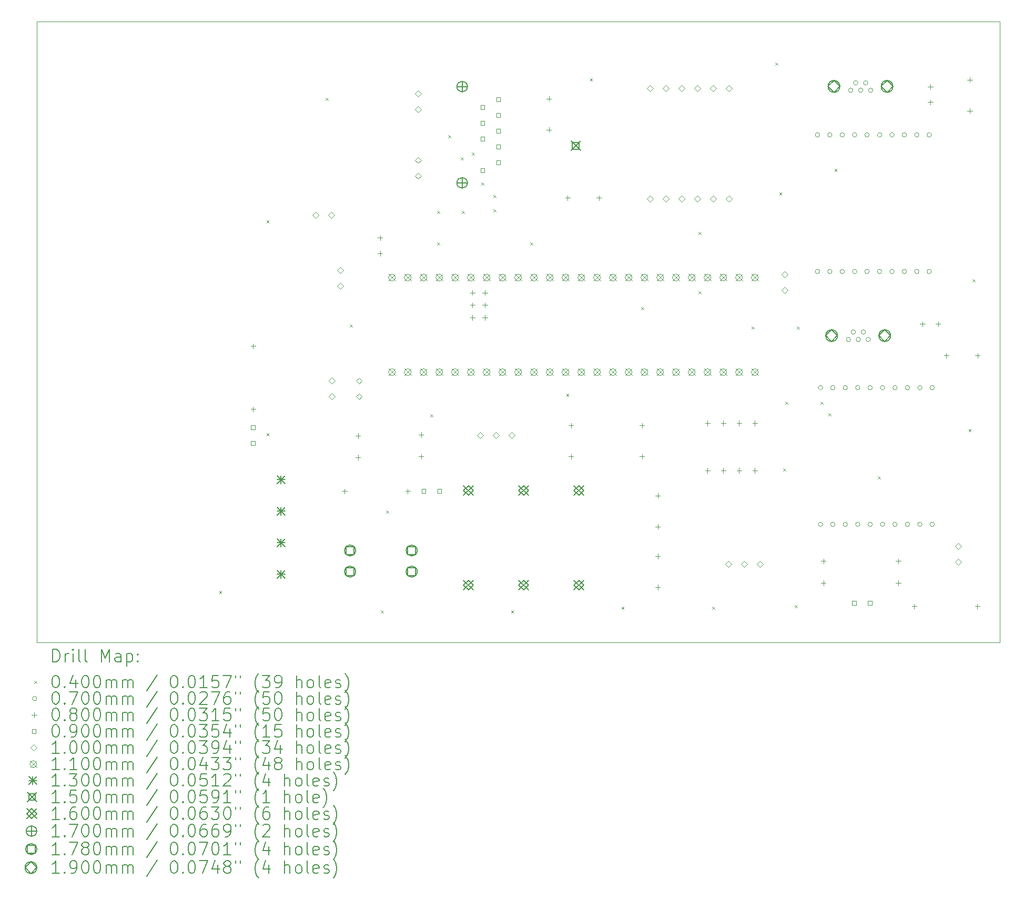
<source format=gbr>
%TF.GenerationSoftware,KiCad,Pcbnew,(6.0.10)*%
%TF.CreationDate,2023-01-17T16:52:09-07:00*%
%TF.ProjectId,MicroPanda,4d696372-6f50-4616-9e64-612e6b696361,rev?*%
%TF.SameCoordinates,Original*%
%TF.FileFunction,Drillmap*%
%TF.FilePolarity,Positive*%
%FSLAX45Y45*%
G04 Gerber Fmt 4.5, Leading zero omitted, Abs format (unit mm)*
G04 Created by KiCad (PCBNEW (6.0.10)) date 2023-01-17 16:52:09*
%MOMM*%
%LPD*%
G01*
G04 APERTURE LIST*
%ADD10C,0.050000*%
%ADD11C,0.200000*%
%ADD12C,0.040000*%
%ADD13C,0.070000*%
%ADD14C,0.080000*%
%ADD15C,0.090000*%
%ADD16C,0.100000*%
%ADD17C,0.110000*%
%ADD18C,0.130000*%
%ADD19C,0.150000*%
%ADD20C,0.160000*%
%ADD21C,0.170000*%
%ADD22C,0.178000*%
%ADD23C,0.190000*%
G04 APERTURE END LIST*
D10*
X22383400Y-14372600D02*
X6883400Y-14372600D01*
X6883400Y-14372600D02*
X6883400Y-4372600D01*
X6883400Y-4372600D02*
X22383400Y-4372600D01*
X22383400Y-4372600D02*
X22383400Y-14372600D01*
D11*
D12*
X9816150Y-13543600D02*
X9856150Y-13583600D01*
X9856150Y-13543600D02*
X9816150Y-13583600D01*
X10578150Y-7574600D02*
X10618150Y-7614600D01*
X10618150Y-7574600D02*
X10578150Y-7614600D01*
X10578150Y-11003600D02*
X10618150Y-11043600D01*
X10618150Y-11003600D02*
X10578150Y-11043600D01*
X11530650Y-5606100D02*
X11570650Y-5646100D01*
X11570650Y-5606100D02*
X11530650Y-5646100D01*
X11918000Y-9251000D02*
X11958000Y-9291000D01*
X11958000Y-9251000D02*
X11918000Y-9291000D01*
X12419650Y-13861100D02*
X12459650Y-13901100D01*
X12459650Y-13861100D02*
X12419650Y-13901100D01*
X12502200Y-12248200D02*
X12542200Y-12288200D01*
X12542200Y-12248200D02*
X12502200Y-12288200D01*
X13213400Y-10698800D02*
X13253400Y-10738800D01*
X13253400Y-10698800D02*
X13213400Y-10738800D01*
X13327700Y-7422200D02*
X13367700Y-7462200D01*
X13367700Y-7422200D02*
X13327700Y-7462200D01*
X13327700Y-7930200D02*
X13367700Y-7970200D01*
X13367700Y-7930200D02*
X13327700Y-7970200D01*
X13505500Y-6203000D02*
X13545500Y-6243000D01*
X13545500Y-6203000D02*
X13505500Y-6243000D01*
X13708700Y-6558600D02*
X13748700Y-6598600D01*
X13748700Y-6558600D02*
X13708700Y-6598600D01*
X13721400Y-7422200D02*
X13761400Y-7462200D01*
X13761400Y-7422200D02*
X13721400Y-7462200D01*
X13886500Y-6482400D02*
X13926500Y-6522400D01*
X13926500Y-6482400D02*
X13886500Y-6522400D01*
X14038900Y-6965000D02*
X14078900Y-7005000D01*
X14078900Y-6965000D02*
X14038900Y-7005000D01*
X14229400Y-7168200D02*
X14269400Y-7208200D01*
X14269400Y-7168200D02*
X14229400Y-7208200D01*
X14229400Y-7396800D02*
X14269400Y-7436800D01*
X14269400Y-7396800D02*
X14229400Y-7436800D01*
X14515150Y-13861100D02*
X14555150Y-13901100D01*
X14555150Y-13861100D02*
X14515150Y-13901100D01*
X14826300Y-7930200D02*
X14866300Y-7970200D01*
X14866300Y-7930200D02*
X14826300Y-7970200D01*
X15404150Y-10368600D02*
X15444150Y-10408600D01*
X15444150Y-10368600D02*
X15404150Y-10408600D01*
X15785150Y-5288600D02*
X15825150Y-5328600D01*
X15825150Y-5288600D02*
X15785150Y-5328600D01*
X16293150Y-13797600D02*
X16333150Y-13837600D01*
X16333150Y-13797600D02*
X16293150Y-13837600D01*
X16610650Y-8971600D02*
X16650650Y-9011600D01*
X16650650Y-8971600D02*
X16610650Y-9011600D01*
X17531400Y-7765100D02*
X17571400Y-7805100D01*
X17571400Y-7765100D02*
X17531400Y-7805100D01*
X17531400Y-8717600D02*
X17571400Y-8757600D01*
X17571400Y-8717600D02*
X17531400Y-8757600D01*
X17753650Y-13797600D02*
X17793650Y-13837600D01*
X17793650Y-13797600D02*
X17753650Y-13837600D01*
X18388650Y-9289100D02*
X18428650Y-9329100D01*
X18428650Y-9289100D02*
X18388650Y-9329100D01*
X18769650Y-5034600D02*
X18809650Y-5074600D01*
X18809650Y-5034600D02*
X18769650Y-5074600D01*
X18833150Y-7130100D02*
X18873150Y-7170100D01*
X18873150Y-7130100D02*
X18833150Y-7170100D01*
X18896650Y-11575100D02*
X18936650Y-11615100D01*
X18936650Y-11575100D02*
X18896650Y-11615100D01*
X18928400Y-10495600D02*
X18968400Y-10535600D01*
X18968400Y-10495600D02*
X18928400Y-10535600D01*
X19080800Y-13772200D02*
X19120800Y-13812200D01*
X19120800Y-13772200D02*
X19080800Y-13812200D01*
X19118900Y-9289100D02*
X19158900Y-9329100D01*
X19158900Y-9289100D02*
X19118900Y-9329100D01*
X19499900Y-10495600D02*
X19539900Y-10535600D01*
X19539900Y-10495600D02*
X19499900Y-10535600D01*
X19626900Y-10686100D02*
X19666900Y-10726100D01*
X19666900Y-10686100D02*
X19626900Y-10726100D01*
X19722150Y-6749100D02*
X19762150Y-6789100D01*
X19762150Y-6749100D02*
X19722150Y-6789100D01*
X20420650Y-11702100D02*
X20460650Y-11742100D01*
X20460650Y-11702100D02*
X20420650Y-11742100D01*
X21881150Y-10940100D02*
X21921150Y-10980100D01*
X21921150Y-10940100D02*
X21881150Y-10980100D01*
X21944650Y-8527100D02*
X21984650Y-8567100D01*
X21984650Y-8527100D02*
X21944650Y-8567100D01*
D13*
X19482598Y-6199936D02*
G75*
G03*
X19482598Y-6199936I-35000J0D01*
G01*
X19482598Y-8400666D02*
G75*
G03*
X19482598Y-8400666I-35000J0D01*
G01*
X19531490Y-10271460D02*
G75*
G03*
X19531490Y-10271460I-35000J0D01*
G01*
X19531490Y-12472190D02*
G75*
G03*
X19531490Y-12472190I-35000J0D01*
G01*
X19682598Y-6199936D02*
G75*
G03*
X19682598Y-6199936I-35000J0D01*
G01*
X19682598Y-8400666D02*
G75*
G03*
X19682598Y-8400666I-35000J0D01*
G01*
X19731490Y-10271460D02*
G75*
G03*
X19731490Y-10271460I-35000J0D01*
G01*
X19731490Y-12472190D02*
G75*
G03*
X19731490Y-12472190I-35000J0D01*
G01*
X19882598Y-6199936D02*
G75*
G03*
X19882598Y-6199936I-35000J0D01*
G01*
X19882598Y-8400666D02*
G75*
G03*
X19882598Y-8400666I-35000J0D01*
G01*
X19931490Y-10271460D02*
G75*
G03*
X19931490Y-10271460I-35000J0D01*
G01*
X19931490Y-12472190D02*
G75*
G03*
X19931490Y-12472190I-35000J0D01*
G01*
X19980900Y-9496100D02*
G75*
G03*
X19980900Y-9496100I-35000J0D01*
G01*
X20018978Y-5482076D02*
G75*
G03*
X20018978Y-5482076I-35000J0D01*
G01*
X20060900Y-9376100D02*
G75*
G03*
X20060900Y-9376100I-35000J0D01*
G01*
X20082598Y-6199936D02*
G75*
G03*
X20082598Y-6199936I-35000J0D01*
G01*
X20082598Y-8400666D02*
G75*
G03*
X20082598Y-8400666I-35000J0D01*
G01*
X20098978Y-5362076D02*
G75*
G03*
X20098978Y-5362076I-35000J0D01*
G01*
X20131490Y-10271460D02*
G75*
G03*
X20131490Y-10271460I-35000J0D01*
G01*
X20131490Y-12472190D02*
G75*
G03*
X20131490Y-12472190I-35000J0D01*
G01*
X20140900Y-9496100D02*
G75*
G03*
X20140900Y-9496100I-35000J0D01*
G01*
X20178978Y-5482076D02*
G75*
G03*
X20178978Y-5482076I-35000J0D01*
G01*
X20220900Y-9376100D02*
G75*
G03*
X20220900Y-9376100I-35000J0D01*
G01*
X20258978Y-5362076D02*
G75*
G03*
X20258978Y-5362076I-35000J0D01*
G01*
X20282598Y-6199936D02*
G75*
G03*
X20282598Y-6199936I-35000J0D01*
G01*
X20282598Y-8400666D02*
G75*
G03*
X20282598Y-8400666I-35000J0D01*
G01*
X20300900Y-9496100D02*
G75*
G03*
X20300900Y-9496100I-35000J0D01*
G01*
X20331490Y-10271460D02*
G75*
G03*
X20331490Y-10271460I-35000J0D01*
G01*
X20331490Y-12472190D02*
G75*
G03*
X20331490Y-12472190I-35000J0D01*
G01*
X20338978Y-5482076D02*
G75*
G03*
X20338978Y-5482076I-35000J0D01*
G01*
X20482598Y-6199936D02*
G75*
G03*
X20482598Y-6199936I-35000J0D01*
G01*
X20482598Y-8400666D02*
G75*
G03*
X20482598Y-8400666I-35000J0D01*
G01*
X20531490Y-10271460D02*
G75*
G03*
X20531490Y-10271460I-35000J0D01*
G01*
X20531490Y-12472190D02*
G75*
G03*
X20531490Y-12472190I-35000J0D01*
G01*
X20682598Y-6199936D02*
G75*
G03*
X20682598Y-6199936I-35000J0D01*
G01*
X20682598Y-8400666D02*
G75*
G03*
X20682598Y-8400666I-35000J0D01*
G01*
X20731490Y-10271460D02*
G75*
G03*
X20731490Y-10271460I-35000J0D01*
G01*
X20731490Y-12472190D02*
G75*
G03*
X20731490Y-12472190I-35000J0D01*
G01*
X20882598Y-6199936D02*
G75*
G03*
X20882598Y-6199936I-35000J0D01*
G01*
X20882598Y-8400666D02*
G75*
G03*
X20882598Y-8400666I-35000J0D01*
G01*
X20931490Y-10271460D02*
G75*
G03*
X20931490Y-10271460I-35000J0D01*
G01*
X20931490Y-12472190D02*
G75*
G03*
X20931490Y-12472190I-35000J0D01*
G01*
X21082598Y-6199936D02*
G75*
G03*
X21082598Y-6199936I-35000J0D01*
G01*
X21082598Y-8400666D02*
G75*
G03*
X21082598Y-8400666I-35000J0D01*
G01*
X21131490Y-10271460D02*
G75*
G03*
X21131490Y-10271460I-35000J0D01*
G01*
X21131490Y-12472190D02*
G75*
G03*
X21131490Y-12472190I-35000J0D01*
G01*
X21282598Y-6199936D02*
G75*
G03*
X21282598Y-6199936I-35000J0D01*
G01*
X21282598Y-8400666D02*
G75*
G03*
X21282598Y-8400666I-35000J0D01*
G01*
X21331490Y-10271460D02*
G75*
G03*
X21331490Y-10271460I-35000J0D01*
G01*
X21331490Y-12472190D02*
G75*
G03*
X21331490Y-12472190I-35000J0D01*
G01*
D14*
X10363200Y-9561200D02*
X10363200Y-9641200D01*
X10323200Y-9601200D02*
X10403200Y-9601200D01*
X10363200Y-10577200D02*
X10363200Y-10657200D01*
X10323200Y-10617200D02*
X10403200Y-10617200D01*
X11836400Y-11898000D02*
X11836400Y-11978000D01*
X11796400Y-11938000D02*
X11876400Y-11938000D01*
X12051346Y-11005322D02*
X12051346Y-11085322D01*
X12011346Y-11045322D02*
X12091346Y-11045322D01*
X12051346Y-11355321D02*
X12051346Y-11435321D01*
X12011346Y-11395321D02*
X12091346Y-11395321D01*
X12407900Y-7818445D02*
X12407900Y-7898445D01*
X12367900Y-7858445D02*
X12447900Y-7858445D01*
X12407900Y-8068445D02*
X12407900Y-8148445D01*
X12367900Y-8108445D02*
X12447900Y-8108445D01*
X12852400Y-11898000D02*
X12852400Y-11978000D01*
X12812400Y-11938000D02*
X12892400Y-11938000D01*
X13067346Y-10989147D02*
X13067346Y-11069147D01*
X13027346Y-11029147D02*
X13107346Y-11029147D01*
X13067346Y-11339147D02*
X13067346Y-11419147D01*
X13027346Y-11379147D02*
X13107346Y-11379147D01*
X13895400Y-8702047D02*
X13895400Y-8782047D01*
X13855400Y-8742047D02*
X13935400Y-8742047D01*
X13895400Y-8902047D02*
X13895400Y-8982047D01*
X13855400Y-8942047D02*
X13935400Y-8942047D01*
X13895400Y-9102047D02*
X13895400Y-9182047D01*
X13855400Y-9142047D02*
X13935400Y-9142047D01*
X14095400Y-8702047D02*
X14095400Y-8782047D01*
X14055400Y-8742047D02*
X14135400Y-8742047D01*
X14095400Y-8902047D02*
X14095400Y-8982047D01*
X14055400Y-8942047D02*
X14135400Y-8942047D01*
X14095400Y-9102047D02*
X14095400Y-9182047D01*
X14055400Y-9142047D02*
X14135400Y-9142047D01*
X15125700Y-5577400D02*
X15125700Y-5657400D01*
X15085700Y-5617400D02*
X15165700Y-5617400D01*
X15125700Y-6077400D02*
X15125700Y-6157400D01*
X15085700Y-6117400D02*
X15165700Y-6117400D01*
X15428150Y-7173600D02*
X15428150Y-7253600D01*
X15388150Y-7213600D02*
X15468150Y-7213600D01*
X15480346Y-10840912D02*
X15480346Y-10920912D01*
X15440346Y-10880912D02*
X15520346Y-10880912D01*
X15480346Y-11340912D02*
X15480346Y-11420912D01*
X15440346Y-11380912D02*
X15520346Y-11380912D01*
X15928150Y-7173600D02*
X15928150Y-7253600D01*
X15888150Y-7213600D02*
X15968150Y-7213600D01*
X16623346Y-10840912D02*
X16623346Y-10920912D01*
X16583346Y-10880912D02*
X16663346Y-10880912D01*
X16623346Y-11340912D02*
X16623346Y-11420912D01*
X16583346Y-11380912D02*
X16663346Y-11380912D01*
X16877346Y-11969533D02*
X16877346Y-12049533D01*
X16837346Y-12009533D02*
X16917346Y-12009533D01*
X16877346Y-12469533D02*
X16877346Y-12549533D01*
X16837346Y-12509533D02*
X16917346Y-12509533D01*
X16877346Y-12946147D02*
X16877346Y-13026147D01*
X16837346Y-12986147D02*
X16917346Y-12986147D01*
X16877346Y-13446147D02*
X16877346Y-13526147D01*
X16837346Y-13486147D02*
X16917346Y-13486147D01*
X17679400Y-10803457D02*
X17679400Y-10883457D01*
X17639400Y-10843457D02*
X17719400Y-10843457D01*
X17679400Y-11565457D02*
X17679400Y-11645457D01*
X17639400Y-11605457D02*
X17719400Y-11605457D01*
X17933400Y-10803457D02*
X17933400Y-10883457D01*
X17893400Y-10843457D02*
X17973400Y-10843457D01*
X17933400Y-11565457D02*
X17933400Y-11645457D01*
X17893400Y-11605457D02*
X17973400Y-11605457D01*
X18187400Y-10803457D02*
X18187400Y-10883457D01*
X18147400Y-10843457D02*
X18227400Y-10843457D01*
X18187400Y-11565457D02*
X18187400Y-11645457D01*
X18147400Y-11605457D02*
X18227400Y-11605457D01*
X18441400Y-10803457D02*
X18441400Y-10883457D01*
X18401400Y-10843457D02*
X18481400Y-10843457D01*
X18441400Y-11565457D02*
X18441400Y-11645457D01*
X18401400Y-11605457D02*
X18481400Y-11605457D01*
X19544346Y-13026019D02*
X19544346Y-13106019D01*
X19504346Y-13066019D02*
X19584346Y-13066019D01*
X19544346Y-13376019D02*
X19544346Y-13456019D01*
X19504346Y-13416019D02*
X19584346Y-13416019D01*
X20750846Y-13026009D02*
X20750846Y-13106009D01*
X20710846Y-13066009D02*
X20790846Y-13066009D01*
X20750846Y-13376009D02*
X20750846Y-13456009D01*
X20710846Y-13416009D02*
X20790846Y-13416009D01*
X21005800Y-13752200D02*
X21005800Y-13832200D01*
X20965800Y-13792200D02*
X21045800Y-13792200D01*
X21139090Y-9205600D02*
X21139090Y-9285600D01*
X21099090Y-9245600D02*
X21179090Y-9245600D01*
X21266150Y-5384076D02*
X21266150Y-5464076D01*
X21226150Y-5424076D02*
X21306150Y-5424076D01*
X21266150Y-5634076D02*
X21266150Y-5714076D01*
X21226150Y-5674076D02*
X21306150Y-5674076D01*
X21389090Y-9205600D02*
X21389090Y-9285600D01*
X21349090Y-9245600D02*
X21429090Y-9245600D01*
X21524150Y-9713600D02*
X21524150Y-9793600D01*
X21484150Y-9753600D02*
X21564150Y-9753600D01*
X21901150Y-5272600D02*
X21901150Y-5352600D01*
X21861150Y-5312600D02*
X21941150Y-5312600D01*
X21901150Y-5772600D02*
X21901150Y-5852600D01*
X21861150Y-5812600D02*
X21941150Y-5812600D01*
X22021800Y-13752200D02*
X22021800Y-13832200D01*
X21981800Y-13792200D02*
X22061800Y-13792200D01*
X22024150Y-9713600D02*
X22024150Y-9793600D01*
X21984150Y-9753600D02*
X22064150Y-9753600D01*
D15*
X10395020Y-10944020D02*
X10395020Y-10880380D01*
X10331380Y-10880380D01*
X10331380Y-10944020D01*
X10395020Y-10944020D01*
X10395020Y-11198020D02*
X10395020Y-11134380D01*
X10331380Y-11134380D01*
X10331380Y-11198020D01*
X10395020Y-11198020D01*
X13140720Y-11969820D02*
X13140720Y-11906180D01*
X13077080Y-11906180D01*
X13077080Y-11969820D01*
X13140720Y-11969820D01*
X13394720Y-11969820D02*
X13394720Y-11906180D01*
X13331080Y-11906180D01*
X13331080Y-11969820D01*
X13394720Y-11969820D01*
X14090720Y-5785420D02*
X14090720Y-5721780D01*
X14027080Y-5721780D01*
X14027080Y-5785420D01*
X14090720Y-5785420D01*
X14090720Y-6039420D02*
X14090720Y-5975780D01*
X14027080Y-5975780D01*
X14027080Y-6039420D01*
X14090720Y-6039420D01*
X14090720Y-6293420D02*
X14090720Y-6229780D01*
X14027080Y-6229780D01*
X14027080Y-6293420D01*
X14090720Y-6293420D01*
X14090720Y-6801420D02*
X14090720Y-6737780D01*
X14027080Y-6737780D01*
X14027080Y-6801420D01*
X14090720Y-6801420D01*
X14344720Y-5658420D02*
X14344720Y-5594780D01*
X14281080Y-5594780D01*
X14281080Y-5658420D01*
X14344720Y-5658420D01*
X14344720Y-5912420D02*
X14344720Y-5848780D01*
X14281080Y-5848780D01*
X14281080Y-5912420D01*
X14344720Y-5912420D01*
X14344720Y-6166420D02*
X14344720Y-6102780D01*
X14281080Y-6102780D01*
X14281080Y-6166420D01*
X14344720Y-6166420D01*
X14344720Y-6420420D02*
X14344720Y-6356780D01*
X14281080Y-6356780D01*
X14281080Y-6420420D01*
X14344720Y-6420420D01*
X14344720Y-6674420D02*
X14344720Y-6610780D01*
X14281080Y-6610780D01*
X14281080Y-6674420D01*
X14344720Y-6674420D01*
X20072420Y-13773220D02*
X20072420Y-13709580D01*
X20008780Y-13709580D01*
X20008780Y-13773220D01*
X20072420Y-13773220D01*
X20326420Y-13773220D02*
X20326420Y-13709580D01*
X20262780Y-13709580D01*
X20262780Y-13773220D01*
X20326420Y-13773220D01*
D16*
X11366500Y-7540500D02*
X11416500Y-7490500D01*
X11366500Y-7440500D01*
X11316500Y-7490500D01*
X11366500Y-7540500D01*
X11620500Y-7540500D02*
X11670500Y-7490500D01*
X11620500Y-7440500D01*
X11570500Y-7490500D01*
X11620500Y-7540500D01*
X11633200Y-10210000D02*
X11683200Y-10160000D01*
X11633200Y-10110000D01*
X11583200Y-10160000D01*
X11633200Y-10210000D01*
X11633200Y-10464000D02*
X11683200Y-10414000D01*
X11633200Y-10364000D01*
X11583200Y-10414000D01*
X11633200Y-10464000D01*
X11768500Y-8428000D02*
X11818500Y-8378000D01*
X11768500Y-8328000D01*
X11718500Y-8378000D01*
X11768500Y-8428000D01*
X11768500Y-8682000D02*
X11818500Y-8632000D01*
X11768500Y-8582000D01*
X11718500Y-8632000D01*
X11768500Y-8682000D01*
X12067500Y-10212000D02*
X12117500Y-10162000D01*
X12067500Y-10112000D01*
X12017500Y-10162000D01*
X12067500Y-10212000D01*
X12067500Y-10466000D02*
X12117500Y-10416000D01*
X12067500Y-10366000D01*
X12017500Y-10416000D01*
X12067500Y-10466000D01*
X13017900Y-5584600D02*
X13067900Y-5534600D01*
X13017900Y-5484600D01*
X12967900Y-5534600D01*
X13017900Y-5584600D01*
X13017900Y-5838600D02*
X13067900Y-5788600D01*
X13017900Y-5738600D01*
X12967900Y-5788600D01*
X13017900Y-5838600D01*
X13017900Y-6656600D02*
X13067900Y-6606600D01*
X13017900Y-6556600D01*
X12967900Y-6606600D01*
X13017900Y-6656600D01*
X13017900Y-6910600D02*
X13067900Y-6860600D01*
X13017900Y-6810600D01*
X12967900Y-6860600D01*
X13017900Y-6910600D01*
X14020346Y-11088207D02*
X14070346Y-11038207D01*
X14020346Y-10988207D01*
X13970346Y-11038207D01*
X14020346Y-11088207D01*
X14274346Y-11088207D02*
X14324346Y-11038207D01*
X14274346Y-10988207D01*
X14224346Y-11038207D01*
X14274346Y-11088207D01*
X14528346Y-11088207D02*
X14578346Y-11038207D01*
X14528346Y-10988207D01*
X14478346Y-11038207D01*
X14528346Y-11088207D01*
X16750346Y-5500207D02*
X16800346Y-5450207D01*
X16750346Y-5400207D01*
X16700346Y-5450207D01*
X16750346Y-5500207D01*
X16750346Y-7278207D02*
X16800346Y-7228207D01*
X16750346Y-7178207D01*
X16700346Y-7228207D01*
X16750346Y-7278207D01*
X17004346Y-5500207D02*
X17054346Y-5450207D01*
X17004346Y-5400207D01*
X16954346Y-5450207D01*
X17004346Y-5500207D01*
X17004346Y-7278207D02*
X17054346Y-7228207D01*
X17004346Y-7178207D01*
X16954346Y-7228207D01*
X17004346Y-7278207D01*
X17258346Y-5500207D02*
X17308346Y-5450207D01*
X17258346Y-5400207D01*
X17208346Y-5450207D01*
X17258346Y-5500207D01*
X17258346Y-7278207D02*
X17308346Y-7228207D01*
X17258346Y-7178207D01*
X17208346Y-7228207D01*
X17258346Y-7278207D01*
X17512346Y-5500207D02*
X17562346Y-5450207D01*
X17512346Y-5400207D01*
X17462346Y-5450207D01*
X17512346Y-5500207D01*
X17512346Y-7278207D02*
X17562346Y-7228207D01*
X17512346Y-7178207D01*
X17462346Y-7228207D01*
X17512346Y-7278207D01*
X17766346Y-5500207D02*
X17816346Y-5450207D01*
X17766346Y-5400207D01*
X17716346Y-5450207D01*
X17766346Y-5500207D01*
X17766346Y-7278207D02*
X17816346Y-7228207D01*
X17766346Y-7178207D01*
X17716346Y-7228207D01*
X17766346Y-7278207D01*
X18018346Y-13159815D02*
X18068346Y-13109815D01*
X18018346Y-13059815D01*
X17968346Y-13109815D01*
X18018346Y-13159815D01*
X18020346Y-5500207D02*
X18070346Y-5450207D01*
X18020346Y-5400207D01*
X17970346Y-5450207D01*
X18020346Y-5500207D01*
X18020346Y-7278207D02*
X18070346Y-7228207D01*
X18020346Y-7178207D01*
X17970346Y-7228207D01*
X18020346Y-7278207D01*
X18272346Y-13159815D02*
X18322346Y-13109815D01*
X18272346Y-13059815D01*
X18222346Y-13109815D01*
X18272346Y-13159815D01*
X18526346Y-13159815D02*
X18576346Y-13109815D01*
X18526346Y-13059815D01*
X18476346Y-13109815D01*
X18526346Y-13159815D01*
X18923000Y-8495500D02*
X18973000Y-8445500D01*
X18923000Y-8395500D01*
X18873000Y-8445500D01*
X18923000Y-8495500D01*
X18923000Y-8749500D02*
X18973000Y-8699500D01*
X18923000Y-8649500D01*
X18873000Y-8699500D01*
X18923000Y-8749500D01*
X21714500Y-12875000D02*
X21764500Y-12825000D01*
X21714500Y-12775000D01*
X21664500Y-12825000D01*
X21714500Y-12875000D01*
X21714500Y-13129000D02*
X21764500Y-13079000D01*
X21714500Y-13029000D01*
X21664500Y-13079000D01*
X21714500Y-13129000D01*
D17*
X12543400Y-8443207D02*
X12653400Y-8553207D01*
X12653400Y-8443207D02*
X12543400Y-8553207D01*
X12653400Y-8498207D02*
G75*
G03*
X12653400Y-8498207I-55000J0D01*
G01*
X12543400Y-9967207D02*
X12653400Y-10077207D01*
X12653400Y-9967207D02*
X12543400Y-10077207D01*
X12653400Y-10022207D02*
G75*
G03*
X12653400Y-10022207I-55000J0D01*
G01*
X12797400Y-8443207D02*
X12907400Y-8553207D01*
X12907400Y-8443207D02*
X12797400Y-8553207D01*
X12907400Y-8498207D02*
G75*
G03*
X12907400Y-8498207I-55000J0D01*
G01*
X12797400Y-9967207D02*
X12907400Y-10077207D01*
X12907400Y-9967207D02*
X12797400Y-10077207D01*
X12907400Y-10022207D02*
G75*
G03*
X12907400Y-10022207I-55000J0D01*
G01*
X13051400Y-8443207D02*
X13161400Y-8553207D01*
X13161400Y-8443207D02*
X13051400Y-8553207D01*
X13161400Y-8498207D02*
G75*
G03*
X13161400Y-8498207I-55000J0D01*
G01*
X13051400Y-9967207D02*
X13161400Y-10077207D01*
X13161400Y-9967207D02*
X13051400Y-10077207D01*
X13161400Y-10022207D02*
G75*
G03*
X13161400Y-10022207I-55000J0D01*
G01*
X13305400Y-8443207D02*
X13415400Y-8553207D01*
X13415400Y-8443207D02*
X13305400Y-8553207D01*
X13415400Y-8498207D02*
G75*
G03*
X13415400Y-8498207I-55000J0D01*
G01*
X13305400Y-9967207D02*
X13415400Y-10077207D01*
X13415400Y-9967207D02*
X13305400Y-10077207D01*
X13415400Y-10022207D02*
G75*
G03*
X13415400Y-10022207I-55000J0D01*
G01*
X13559400Y-8443207D02*
X13669400Y-8553207D01*
X13669400Y-8443207D02*
X13559400Y-8553207D01*
X13669400Y-8498207D02*
G75*
G03*
X13669400Y-8498207I-55000J0D01*
G01*
X13559400Y-9967207D02*
X13669400Y-10077207D01*
X13669400Y-9967207D02*
X13559400Y-10077207D01*
X13669400Y-10022207D02*
G75*
G03*
X13669400Y-10022207I-55000J0D01*
G01*
X13813400Y-8443207D02*
X13923400Y-8553207D01*
X13923400Y-8443207D02*
X13813400Y-8553207D01*
X13923400Y-8498207D02*
G75*
G03*
X13923400Y-8498207I-55000J0D01*
G01*
X13813400Y-9967207D02*
X13923400Y-10077207D01*
X13923400Y-9967207D02*
X13813400Y-10077207D01*
X13923400Y-10022207D02*
G75*
G03*
X13923400Y-10022207I-55000J0D01*
G01*
X14067400Y-8443207D02*
X14177400Y-8553207D01*
X14177400Y-8443207D02*
X14067400Y-8553207D01*
X14177400Y-8498207D02*
G75*
G03*
X14177400Y-8498207I-55000J0D01*
G01*
X14067400Y-9967207D02*
X14177400Y-10077207D01*
X14177400Y-9967207D02*
X14067400Y-10077207D01*
X14177400Y-10022207D02*
G75*
G03*
X14177400Y-10022207I-55000J0D01*
G01*
X14321400Y-8443207D02*
X14431400Y-8553207D01*
X14431400Y-8443207D02*
X14321400Y-8553207D01*
X14431400Y-8498207D02*
G75*
G03*
X14431400Y-8498207I-55000J0D01*
G01*
X14321400Y-9967207D02*
X14431400Y-10077207D01*
X14431400Y-9967207D02*
X14321400Y-10077207D01*
X14431400Y-10022207D02*
G75*
G03*
X14431400Y-10022207I-55000J0D01*
G01*
X14575400Y-8443207D02*
X14685400Y-8553207D01*
X14685400Y-8443207D02*
X14575400Y-8553207D01*
X14685400Y-8498207D02*
G75*
G03*
X14685400Y-8498207I-55000J0D01*
G01*
X14575400Y-9967207D02*
X14685400Y-10077207D01*
X14685400Y-9967207D02*
X14575400Y-10077207D01*
X14685400Y-10022207D02*
G75*
G03*
X14685400Y-10022207I-55000J0D01*
G01*
X14829400Y-8443207D02*
X14939400Y-8553207D01*
X14939400Y-8443207D02*
X14829400Y-8553207D01*
X14939400Y-8498207D02*
G75*
G03*
X14939400Y-8498207I-55000J0D01*
G01*
X14829400Y-9967207D02*
X14939400Y-10077207D01*
X14939400Y-9967207D02*
X14829400Y-10077207D01*
X14939400Y-10022207D02*
G75*
G03*
X14939400Y-10022207I-55000J0D01*
G01*
X15083400Y-8443207D02*
X15193400Y-8553207D01*
X15193400Y-8443207D02*
X15083400Y-8553207D01*
X15193400Y-8498207D02*
G75*
G03*
X15193400Y-8498207I-55000J0D01*
G01*
X15083400Y-9967207D02*
X15193400Y-10077207D01*
X15193400Y-9967207D02*
X15083400Y-10077207D01*
X15193400Y-10022207D02*
G75*
G03*
X15193400Y-10022207I-55000J0D01*
G01*
X15337400Y-8443207D02*
X15447400Y-8553207D01*
X15447400Y-8443207D02*
X15337400Y-8553207D01*
X15447400Y-8498207D02*
G75*
G03*
X15447400Y-8498207I-55000J0D01*
G01*
X15337400Y-9967207D02*
X15447400Y-10077207D01*
X15447400Y-9967207D02*
X15337400Y-10077207D01*
X15447400Y-10022207D02*
G75*
G03*
X15447400Y-10022207I-55000J0D01*
G01*
X15591400Y-8443207D02*
X15701400Y-8553207D01*
X15701400Y-8443207D02*
X15591400Y-8553207D01*
X15701400Y-8498207D02*
G75*
G03*
X15701400Y-8498207I-55000J0D01*
G01*
X15591400Y-9967207D02*
X15701400Y-10077207D01*
X15701400Y-9967207D02*
X15591400Y-10077207D01*
X15701400Y-10022207D02*
G75*
G03*
X15701400Y-10022207I-55000J0D01*
G01*
X15845400Y-8443207D02*
X15955400Y-8553207D01*
X15955400Y-8443207D02*
X15845400Y-8553207D01*
X15955400Y-8498207D02*
G75*
G03*
X15955400Y-8498207I-55000J0D01*
G01*
X15845400Y-9967207D02*
X15955400Y-10077207D01*
X15955400Y-9967207D02*
X15845400Y-10077207D01*
X15955400Y-10022207D02*
G75*
G03*
X15955400Y-10022207I-55000J0D01*
G01*
X16099400Y-8443207D02*
X16209400Y-8553207D01*
X16209400Y-8443207D02*
X16099400Y-8553207D01*
X16209400Y-8498207D02*
G75*
G03*
X16209400Y-8498207I-55000J0D01*
G01*
X16099400Y-9967207D02*
X16209400Y-10077207D01*
X16209400Y-9967207D02*
X16099400Y-10077207D01*
X16209400Y-10022207D02*
G75*
G03*
X16209400Y-10022207I-55000J0D01*
G01*
X16353400Y-8443207D02*
X16463400Y-8553207D01*
X16463400Y-8443207D02*
X16353400Y-8553207D01*
X16463400Y-8498207D02*
G75*
G03*
X16463400Y-8498207I-55000J0D01*
G01*
X16353400Y-9967207D02*
X16463400Y-10077207D01*
X16463400Y-9967207D02*
X16353400Y-10077207D01*
X16463400Y-10022207D02*
G75*
G03*
X16463400Y-10022207I-55000J0D01*
G01*
X16607400Y-8443207D02*
X16717400Y-8553207D01*
X16717400Y-8443207D02*
X16607400Y-8553207D01*
X16717400Y-8498207D02*
G75*
G03*
X16717400Y-8498207I-55000J0D01*
G01*
X16607400Y-9967207D02*
X16717400Y-10077207D01*
X16717400Y-9967207D02*
X16607400Y-10077207D01*
X16717400Y-10022207D02*
G75*
G03*
X16717400Y-10022207I-55000J0D01*
G01*
X16861400Y-8443207D02*
X16971400Y-8553207D01*
X16971400Y-8443207D02*
X16861400Y-8553207D01*
X16971400Y-8498207D02*
G75*
G03*
X16971400Y-8498207I-55000J0D01*
G01*
X16861400Y-9967207D02*
X16971400Y-10077207D01*
X16971400Y-9967207D02*
X16861400Y-10077207D01*
X16971400Y-10022207D02*
G75*
G03*
X16971400Y-10022207I-55000J0D01*
G01*
X17115400Y-8443207D02*
X17225400Y-8553207D01*
X17225400Y-8443207D02*
X17115400Y-8553207D01*
X17225400Y-8498207D02*
G75*
G03*
X17225400Y-8498207I-55000J0D01*
G01*
X17115400Y-9967207D02*
X17225400Y-10077207D01*
X17225400Y-9967207D02*
X17115400Y-10077207D01*
X17225400Y-10022207D02*
G75*
G03*
X17225400Y-10022207I-55000J0D01*
G01*
X17369400Y-8443207D02*
X17479400Y-8553207D01*
X17479400Y-8443207D02*
X17369400Y-8553207D01*
X17479400Y-8498207D02*
G75*
G03*
X17479400Y-8498207I-55000J0D01*
G01*
X17369400Y-9967207D02*
X17479400Y-10077207D01*
X17479400Y-9967207D02*
X17369400Y-10077207D01*
X17479400Y-10022207D02*
G75*
G03*
X17479400Y-10022207I-55000J0D01*
G01*
X17623400Y-8443207D02*
X17733400Y-8553207D01*
X17733400Y-8443207D02*
X17623400Y-8553207D01*
X17733400Y-8498207D02*
G75*
G03*
X17733400Y-8498207I-55000J0D01*
G01*
X17623400Y-9967207D02*
X17733400Y-10077207D01*
X17733400Y-9967207D02*
X17623400Y-10077207D01*
X17733400Y-10022207D02*
G75*
G03*
X17733400Y-10022207I-55000J0D01*
G01*
X17877400Y-8443207D02*
X17987400Y-8553207D01*
X17987400Y-8443207D02*
X17877400Y-8553207D01*
X17987400Y-8498207D02*
G75*
G03*
X17987400Y-8498207I-55000J0D01*
G01*
X17877400Y-9967207D02*
X17987400Y-10077207D01*
X17987400Y-9967207D02*
X17877400Y-10077207D01*
X17987400Y-10022207D02*
G75*
G03*
X17987400Y-10022207I-55000J0D01*
G01*
X18131400Y-8443207D02*
X18241400Y-8553207D01*
X18241400Y-8443207D02*
X18131400Y-8553207D01*
X18241400Y-8498207D02*
G75*
G03*
X18241400Y-8498207I-55000J0D01*
G01*
X18131400Y-9967207D02*
X18241400Y-10077207D01*
X18241400Y-9967207D02*
X18131400Y-10077207D01*
X18241400Y-10022207D02*
G75*
G03*
X18241400Y-10022207I-55000J0D01*
G01*
X18385400Y-8443207D02*
X18495400Y-8553207D01*
X18495400Y-8443207D02*
X18385400Y-8553207D01*
X18495400Y-8498207D02*
G75*
G03*
X18495400Y-8498207I-55000J0D01*
G01*
X18385400Y-9967207D02*
X18495400Y-10077207D01*
X18495400Y-9967207D02*
X18385400Y-10077207D01*
X18495400Y-10022207D02*
G75*
G03*
X18495400Y-10022207I-55000J0D01*
G01*
D18*
X10746846Y-11686315D02*
X10876846Y-11816315D01*
X10876846Y-11686315D02*
X10746846Y-11816315D01*
X10811846Y-11686315D02*
X10811846Y-11816315D01*
X10746846Y-11751315D02*
X10876846Y-11751315D01*
X10746846Y-12194315D02*
X10876846Y-12324315D01*
X10876846Y-12194315D02*
X10746846Y-12324315D01*
X10811846Y-12194315D02*
X10811846Y-12324315D01*
X10746846Y-12259315D02*
X10876846Y-12259315D01*
X10746846Y-12702315D02*
X10876846Y-12832315D01*
X10876846Y-12702315D02*
X10746846Y-12832315D01*
X10811846Y-12702315D02*
X10811846Y-12832315D01*
X10746846Y-12767315D02*
X10876846Y-12767315D01*
X10746846Y-13210315D02*
X10876846Y-13340315D01*
X10876846Y-13210315D02*
X10746846Y-13340315D01*
X10811846Y-13210315D02*
X10811846Y-13340315D01*
X10746846Y-13275315D02*
X10876846Y-13275315D01*
D19*
X15482500Y-6300400D02*
X15632500Y-6450400D01*
X15632500Y-6300400D02*
X15482500Y-6450400D01*
X15610533Y-6428433D02*
X15610533Y-6322366D01*
X15504466Y-6322366D01*
X15504466Y-6428433D01*
X15610533Y-6428433D01*
D20*
X13749346Y-11847207D02*
X13909346Y-12007207D01*
X13909346Y-11847207D02*
X13749346Y-12007207D01*
X13829346Y-12007207D02*
X13909346Y-11927207D01*
X13829346Y-11847207D01*
X13749346Y-11927207D01*
X13829346Y-12007207D01*
X13749346Y-13371207D02*
X13909346Y-13531207D01*
X13909346Y-13371207D02*
X13749346Y-13531207D01*
X13829346Y-13531207D02*
X13909346Y-13451207D01*
X13829346Y-13371207D01*
X13749346Y-13451207D01*
X13829346Y-13531207D01*
X14638346Y-11847207D02*
X14798346Y-12007207D01*
X14798346Y-11847207D02*
X14638346Y-12007207D01*
X14718346Y-12007207D02*
X14798346Y-11927207D01*
X14718346Y-11847207D01*
X14638346Y-11927207D01*
X14718346Y-12007207D01*
X14638346Y-13371207D02*
X14798346Y-13531207D01*
X14798346Y-13371207D02*
X14638346Y-13531207D01*
X14718346Y-13531207D02*
X14798346Y-13451207D01*
X14718346Y-13371207D01*
X14638346Y-13451207D01*
X14718346Y-13531207D01*
X15527346Y-11847207D02*
X15687346Y-12007207D01*
X15687346Y-11847207D02*
X15527346Y-12007207D01*
X15607346Y-12007207D02*
X15687346Y-11927207D01*
X15607346Y-11847207D01*
X15527346Y-11927207D01*
X15607346Y-12007207D01*
X15527346Y-13371207D02*
X15687346Y-13531207D01*
X15687346Y-13371207D02*
X15527346Y-13531207D01*
X15607346Y-13531207D02*
X15687346Y-13451207D01*
X15607346Y-13371207D01*
X15527346Y-13451207D01*
X15607346Y-13531207D01*
D21*
X13728900Y-5337600D02*
X13728900Y-5507600D01*
X13643900Y-5422600D02*
X13813900Y-5422600D01*
X13813900Y-5422600D02*
G75*
G03*
X13813900Y-5422600I-85000J0D01*
G01*
X13728900Y-6887600D02*
X13728900Y-7057600D01*
X13643900Y-6972600D02*
X13813900Y-6972600D01*
X13813900Y-6972600D02*
G75*
G03*
X13813900Y-6972600I-85000J0D01*
G01*
D22*
X11987279Y-12957248D02*
X11987279Y-12831382D01*
X11861413Y-12831382D01*
X11861413Y-12957248D01*
X11987279Y-12957248D01*
X12013346Y-12894315D02*
G75*
G03*
X12013346Y-12894315I-89000J0D01*
G01*
X11987279Y-13297248D02*
X11987279Y-13171382D01*
X11861413Y-13171382D01*
X11861413Y-13297248D01*
X11987279Y-13297248D01*
X12013346Y-13234315D02*
G75*
G03*
X12013346Y-13234315I-89000J0D01*
G01*
X12979279Y-12957248D02*
X12979279Y-12831382D01*
X12853413Y-12831382D01*
X12853413Y-12957248D01*
X12979279Y-12957248D01*
X13005346Y-12894315D02*
G75*
G03*
X13005346Y-12894315I-89000J0D01*
G01*
X12979279Y-13297248D02*
X12979279Y-13171382D01*
X12853413Y-13171382D01*
X12853413Y-13297248D01*
X12979279Y-13297248D01*
X13005346Y-13234315D02*
G75*
G03*
X13005346Y-13234315I-89000J0D01*
G01*
D23*
X19675900Y-9528600D02*
X19770900Y-9433600D01*
X19675900Y-9338600D01*
X19580900Y-9433600D01*
X19675900Y-9528600D01*
X19770900Y-9433600D02*
G75*
G03*
X19770900Y-9433600I-95000J0D01*
G01*
X19713978Y-5514576D02*
X19808978Y-5419576D01*
X19713978Y-5324576D01*
X19618978Y-5419576D01*
X19713978Y-5514576D01*
X19808978Y-5419576D02*
G75*
G03*
X19808978Y-5419576I-95000J0D01*
G01*
X20530900Y-9528600D02*
X20625900Y-9433600D01*
X20530900Y-9338600D01*
X20435900Y-9433600D01*
X20530900Y-9528600D01*
X20625900Y-9433600D02*
G75*
G03*
X20625900Y-9433600I-95000J0D01*
G01*
X20568978Y-5514576D02*
X20663978Y-5419576D01*
X20568978Y-5324576D01*
X20473978Y-5419576D01*
X20568978Y-5514576D01*
X20663978Y-5419576D02*
G75*
G03*
X20663978Y-5419576I-95000J0D01*
G01*
D11*
X7138519Y-14685576D02*
X7138519Y-14485576D01*
X7186138Y-14485576D01*
X7214709Y-14495100D01*
X7233757Y-14514148D01*
X7243281Y-14533195D01*
X7252805Y-14571290D01*
X7252805Y-14599862D01*
X7243281Y-14637957D01*
X7233757Y-14657005D01*
X7214709Y-14676052D01*
X7186138Y-14685576D01*
X7138519Y-14685576D01*
X7338519Y-14685576D02*
X7338519Y-14552243D01*
X7338519Y-14590338D02*
X7348043Y-14571290D01*
X7357567Y-14561767D01*
X7376614Y-14552243D01*
X7395662Y-14552243D01*
X7462328Y-14685576D02*
X7462328Y-14552243D01*
X7462328Y-14485576D02*
X7452805Y-14495100D01*
X7462328Y-14504624D01*
X7471852Y-14495100D01*
X7462328Y-14485576D01*
X7462328Y-14504624D01*
X7586138Y-14685576D02*
X7567090Y-14676052D01*
X7557567Y-14657005D01*
X7557567Y-14485576D01*
X7690900Y-14685576D02*
X7671852Y-14676052D01*
X7662328Y-14657005D01*
X7662328Y-14485576D01*
X7919471Y-14685576D02*
X7919471Y-14485576D01*
X7986138Y-14628433D01*
X8052805Y-14485576D01*
X8052805Y-14685576D01*
X8233757Y-14685576D02*
X8233757Y-14580814D01*
X8224233Y-14561767D01*
X8205186Y-14552243D01*
X8167090Y-14552243D01*
X8148043Y-14561767D01*
X8233757Y-14676052D02*
X8214709Y-14685576D01*
X8167090Y-14685576D01*
X8148043Y-14676052D01*
X8138519Y-14657005D01*
X8138519Y-14637957D01*
X8148043Y-14618909D01*
X8167090Y-14609386D01*
X8214709Y-14609386D01*
X8233757Y-14599862D01*
X8328995Y-14552243D02*
X8328995Y-14752243D01*
X8328995Y-14561767D02*
X8348043Y-14552243D01*
X8386138Y-14552243D01*
X8405186Y-14561767D01*
X8414710Y-14571290D01*
X8424233Y-14590338D01*
X8424233Y-14647481D01*
X8414710Y-14666528D01*
X8405186Y-14676052D01*
X8386138Y-14685576D01*
X8348043Y-14685576D01*
X8328995Y-14676052D01*
X8509948Y-14666528D02*
X8519471Y-14676052D01*
X8509948Y-14685576D01*
X8500424Y-14676052D01*
X8509948Y-14666528D01*
X8509948Y-14685576D01*
X8509948Y-14561767D02*
X8519471Y-14571290D01*
X8509948Y-14580814D01*
X8500424Y-14571290D01*
X8509948Y-14561767D01*
X8509948Y-14580814D01*
D12*
X6840900Y-14995100D02*
X6880900Y-15035100D01*
X6880900Y-14995100D02*
X6840900Y-15035100D01*
D11*
X7176614Y-14905576D02*
X7195662Y-14905576D01*
X7214709Y-14915100D01*
X7224233Y-14924624D01*
X7233757Y-14943671D01*
X7243281Y-14981767D01*
X7243281Y-15029386D01*
X7233757Y-15067481D01*
X7224233Y-15086528D01*
X7214709Y-15096052D01*
X7195662Y-15105576D01*
X7176614Y-15105576D01*
X7157567Y-15096052D01*
X7148043Y-15086528D01*
X7138519Y-15067481D01*
X7128995Y-15029386D01*
X7128995Y-14981767D01*
X7138519Y-14943671D01*
X7148043Y-14924624D01*
X7157567Y-14915100D01*
X7176614Y-14905576D01*
X7328995Y-15086528D02*
X7338519Y-15096052D01*
X7328995Y-15105576D01*
X7319471Y-15096052D01*
X7328995Y-15086528D01*
X7328995Y-15105576D01*
X7509948Y-14972243D02*
X7509948Y-15105576D01*
X7462328Y-14896052D02*
X7414709Y-15038909D01*
X7538519Y-15038909D01*
X7652805Y-14905576D02*
X7671852Y-14905576D01*
X7690900Y-14915100D01*
X7700424Y-14924624D01*
X7709948Y-14943671D01*
X7719471Y-14981767D01*
X7719471Y-15029386D01*
X7709948Y-15067481D01*
X7700424Y-15086528D01*
X7690900Y-15096052D01*
X7671852Y-15105576D01*
X7652805Y-15105576D01*
X7633757Y-15096052D01*
X7624233Y-15086528D01*
X7614709Y-15067481D01*
X7605186Y-15029386D01*
X7605186Y-14981767D01*
X7614709Y-14943671D01*
X7624233Y-14924624D01*
X7633757Y-14915100D01*
X7652805Y-14905576D01*
X7843281Y-14905576D02*
X7862328Y-14905576D01*
X7881376Y-14915100D01*
X7890900Y-14924624D01*
X7900424Y-14943671D01*
X7909948Y-14981767D01*
X7909948Y-15029386D01*
X7900424Y-15067481D01*
X7890900Y-15086528D01*
X7881376Y-15096052D01*
X7862328Y-15105576D01*
X7843281Y-15105576D01*
X7824233Y-15096052D01*
X7814709Y-15086528D01*
X7805186Y-15067481D01*
X7795662Y-15029386D01*
X7795662Y-14981767D01*
X7805186Y-14943671D01*
X7814709Y-14924624D01*
X7824233Y-14915100D01*
X7843281Y-14905576D01*
X7995662Y-15105576D02*
X7995662Y-14972243D01*
X7995662Y-14991290D02*
X8005186Y-14981767D01*
X8024233Y-14972243D01*
X8052805Y-14972243D01*
X8071852Y-14981767D01*
X8081376Y-15000814D01*
X8081376Y-15105576D01*
X8081376Y-15000814D02*
X8090900Y-14981767D01*
X8109948Y-14972243D01*
X8138519Y-14972243D01*
X8157567Y-14981767D01*
X8167090Y-15000814D01*
X8167090Y-15105576D01*
X8262328Y-15105576D02*
X8262328Y-14972243D01*
X8262328Y-14991290D02*
X8271852Y-14981767D01*
X8290900Y-14972243D01*
X8319471Y-14972243D01*
X8338519Y-14981767D01*
X8348043Y-15000814D01*
X8348043Y-15105576D01*
X8348043Y-15000814D02*
X8357567Y-14981767D01*
X8376614Y-14972243D01*
X8405186Y-14972243D01*
X8424233Y-14981767D01*
X8433757Y-15000814D01*
X8433757Y-15105576D01*
X8824233Y-14896052D02*
X8652805Y-15153195D01*
X9081376Y-14905576D02*
X9100424Y-14905576D01*
X9119471Y-14915100D01*
X9128995Y-14924624D01*
X9138519Y-14943671D01*
X9148043Y-14981767D01*
X9148043Y-15029386D01*
X9138519Y-15067481D01*
X9128995Y-15086528D01*
X9119471Y-15096052D01*
X9100424Y-15105576D01*
X9081376Y-15105576D01*
X9062329Y-15096052D01*
X9052805Y-15086528D01*
X9043281Y-15067481D01*
X9033757Y-15029386D01*
X9033757Y-14981767D01*
X9043281Y-14943671D01*
X9052805Y-14924624D01*
X9062329Y-14915100D01*
X9081376Y-14905576D01*
X9233757Y-15086528D02*
X9243281Y-15096052D01*
X9233757Y-15105576D01*
X9224233Y-15096052D01*
X9233757Y-15086528D01*
X9233757Y-15105576D01*
X9367090Y-14905576D02*
X9386138Y-14905576D01*
X9405186Y-14915100D01*
X9414710Y-14924624D01*
X9424233Y-14943671D01*
X9433757Y-14981767D01*
X9433757Y-15029386D01*
X9424233Y-15067481D01*
X9414710Y-15086528D01*
X9405186Y-15096052D01*
X9386138Y-15105576D01*
X9367090Y-15105576D01*
X9348043Y-15096052D01*
X9338519Y-15086528D01*
X9328995Y-15067481D01*
X9319471Y-15029386D01*
X9319471Y-14981767D01*
X9328995Y-14943671D01*
X9338519Y-14924624D01*
X9348043Y-14915100D01*
X9367090Y-14905576D01*
X9624233Y-15105576D02*
X9509948Y-15105576D01*
X9567090Y-15105576D02*
X9567090Y-14905576D01*
X9548043Y-14934148D01*
X9528995Y-14953195D01*
X9509948Y-14962719D01*
X9805186Y-14905576D02*
X9709948Y-14905576D01*
X9700424Y-15000814D01*
X9709948Y-14991290D01*
X9728995Y-14981767D01*
X9776614Y-14981767D01*
X9795662Y-14991290D01*
X9805186Y-15000814D01*
X9814710Y-15019862D01*
X9814710Y-15067481D01*
X9805186Y-15086528D01*
X9795662Y-15096052D01*
X9776614Y-15105576D01*
X9728995Y-15105576D01*
X9709948Y-15096052D01*
X9700424Y-15086528D01*
X9881376Y-14905576D02*
X10014710Y-14905576D01*
X9928995Y-15105576D01*
X10081376Y-14905576D02*
X10081376Y-14943671D01*
X10157567Y-14905576D02*
X10157567Y-14943671D01*
X10452805Y-15181767D02*
X10443281Y-15172243D01*
X10424233Y-15143671D01*
X10414710Y-15124624D01*
X10405186Y-15096052D01*
X10395662Y-15048433D01*
X10395662Y-15010338D01*
X10405186Y-14962719D01*
X10414710Y-14934148D01*
X10424233Y-14915100D01*
X10443281Y-14886528D01*
X10452805Y-14877005D01*
X10509948Y-14905576D02*
X10633757Y-14905576D01*
X10567090Y-14981767D01*
X10595662Y-14981767D01*
X10614710Y-14991290D01*
X10624233Y-15000814D01*
X10633757Y-15019862D01*
X10633757Y-15067481D01*
X10624233Y-15086528D01*
X10614710Y-15096052D01*
X10595662Y-15105576D01*
X10538519Y-15105576D01*
X10519471Y-15096052D01*
X10509948Y-15086528D01*
X10728995Y-15105576D02*
X10767090Y-15105576D01*
X10786138Y-15096052D01*
X10795662Y-15086528D01*
X10814710Y-15057957D01*
X10824233Y-15019862D01*
X10824233Y-14943671D01*
X10814710Y-14924624D01*
X10805186Y-14915100D01*
X10786138Y-14905576D01*
X10748043Y-14905576D01*
X10728995Y-14915100D01*
X10719471Y-14924624D01*
X10709948Y-14943671D01*
X10709948Y-14991290D01*
X10719471Y-15010338D01*
X10728995Y-15019862D01*
X10748043Y-15029386D01*
X10786138Y-15029386D01*
X10805186Y-15019862D01*
X10814710Y-15010338D01*
X10824233Y-14991290D01*
X11062329Y-15105576D02*
X11062329Y-14905576D01*
X11148043Y-15105576D02*
X11148043Y-15000814D01*
X11138519Y-14981767D01*
X11119471Y-14972243D01*
X11090900Y-14972243D01*
X11071852Y-14981767D01*
X11062329Y-14991290D01*
X11271852Y-15105576D02*
X11252805Y-15096052D01*
X11243281Y-15086528D01*
X11233757Y-15067481D01*
X11233757Y-15010338D01*
X11243281Y-14991290D01*
X11252805Y-14981767D01*
X11271852Y-14972243D01*
X11300424Y-14972243D01*
X11319471Y-14981767D01*
X11328995Y-14991290D01*
X11338519Y-15010338D01*
X11338519Y-15067481D01*
X11328995Y-15086528D01*
X11319471Y-15096052D01*
X11300424Y-15105576D01*
X11271852Y-15105576D01*
X11452805Y-15105576D02*
X11433757Y-15096052D01*
X11424233Y-15077005D01*
X11424233Y-14905576D01*
X11605186Y-15096052D02*
X11586138Y-15105576D01*
X11548043Y-15105576D01*
X11528995Y-15096052D01*
X11519471Y-15077005D01*
X11519471Y-15000814D01*
X11528995Y-14981767D01*
X11548043Y-14972243D01*
X11586138Y-14972243D01*
X11605186Y-14981767D01*
X11614709Y-15000814D01*
X11614709Y-15019862D01*
X11519471Y-15038909D01*
X11690900Y-15096052D02*
X11709948Y-15105576D01*
X11748043Y-15105576D01*
X11767090Y-15096052D01*
X11776614Y-15077005D01*
X11776614Y-15067481D01*
X11767090Y-15048433D01*
X11748043Y-15038909D01*
X11719471Y-15038909D01*
X11700424Y-15029386D01*
X11690900Y-15010338D01*
X11690900Y-15000814D01*
X11700424Y-14981767D01*
X11719471Y-14972243D01*
X11748043Y-14972243D01*
X11767090Y-14981767D01*
X11843281Y-15181767D02*
X11852805Y-15172243D01*
X11871852Y-15143671D01*
X11881376Y-15124624D01*
X11890900Y-15096052D01*
X11900424Y-15048433D01*
X11900424Y-15010338D01*
X11890900Y-14962719D01*
X11881376Y-14934148D01*
X11871852Y-14915100D01*
X11852805Y-14886528D01*
X11843281Y-14877005D01*
D13*
X6880900Y-15279100D02*
G75*
G03*
X6880900Y-15279100I-35000J0D01*
G01*
D11*
X7176614Y-15169576D02*
X7195662Y-15169576D01*
X7214709Y-15179100D01*
X7224233Y-15188624D01*
X7233757Y-15207671D01*
X7243281Y-15245767D01*
X7243281Y-15293386D01*
X7233757Y-15331481D01*
X7224233Y-15350528D01*
X7214709Y-15360052D01*
X7195662Y-15369576D01*
X7176614Y-15369576D01*
X7157567Y-15360052D01*
X7148043Y-15350528D01*
X7138519Y-15331481D01*
X7128995Y-15293386D01*
X7128995Y-15245767D01*
X7138519Y-15207671D01*
X7148043Y-15188624D01*
X7157567Y-15179100D01*
X7176614Y-15169576D01*
X7328995Y-15350528D02*
X7338519Y-15360052D01*
X7328995Y-15369576D01*
X7319471Y-15360052D01*
X7328995Y-15350528D01*
X7328995Y-15369576D01*
X7405186Y-15169576D02*
X7538519Y-15169576D01*
X7452805Y-15369576D01*
X7652805Y-15169576D02*
X7671852Y-15169576D01*
X7690900Y-15179100D01*
X7700424Y-15188624D01*
X7709948Y-15207671D01*
X7719471Y-15245767D01*
X7719471Y-15293386D01*
X7709948Y-15331481D01*
X7700424Y-15350528D01*
X7690900Y-15360052D01*
X7671852Y-15369576D01*
X7652805Y-15369576D01*
X7633757Y-15360052D01*
X7624233Y-15350528D01*
X7614709Y-15331481D01*
X7605186Y-15293386D01*
X7605186Y-15245767D01*
X7614709Y-15207671D01*
X7624233Y-15188624D01*
X7633757Y-15179100D01*
X7652805Y-15169576D01*
X7843281Y-15169576D02*
X7862328Y-15169576D01*
X7881376Y-15179100D01*
X7890900Y-15188624D01*
X7900424Y-15207671D01*
X7909948Y-15245767D01*
X7909948Y-15293386D01*
X7900424Y-15331481D01*
X7890900Y-15350528D01*
X7881376Y-15360052D01*
X7862328Y-15369576D01*
X7843281Y-15369576D01*
X7824233Y-15360052D01*
X7814709Y-15350528D01*
X7805186Y-15331481D01*
X7795662Y-15293386D01*
X7795662Y-15245767D01*
X7805186Y-15207671D01*
X7814709Y-15188624D01*
X7824233Y-15179100D01*
X7843281Y-15169576D01*
X7995662Y-15369576D02*
X7995662Y-15236243D01*
X7995662Y-15255290D02*
X8005186Y-15245767D01*
X8024233Y-15236243D01*
X8052805Y-15236243D01*
X8071852Y-15245767D01*
X8081376Y-15264814D01*
X8081376Y-15369576D01*
X8081376Y-15264814D02*
X8090900Y-15245767D01*
X8109948Y-15236243D01*
X8138519Y-15236243D01*
X8157567Y-15245767D01*
X8167090Y-15264814D01*
X8167090Y-15369576D01*
X8262328Y-15369576D02*
X8262328Y-15236243D01*
X8262328Y-15255290D02*
X8271852Y-15245767D01*
X8290900Y-15236243D01*
X8319471Y-15236243D01*
X8338519Y-15245767D01*
X8348043Y-15264814D01*
X8348043Y-15369576D01*
X8348043Y-15264814D02*
X8357567Y-15245767D01*
X8376614Y-15236243D01*
X8405186Y-15236243D01*
X8424233Y-15245767D01*
X8433757Y-15264814D01*
X8433757Y-15369576D01*
X8824233Y-15160052D02*
X8652805Y-15417195D01*
X9081376Y-15169576D02*
X9100424Y-15169576D01*
X9119471Y-15179100D01*
X9128995Y-15188624D01*
X9138519Y-15207671D01*
X9148043Y-15245767D01*
X9148043Y-15293386D01*
X9138519Y-15331481D01*
X9128995Y-15350528D01*
X9119471Y-15360052D01*
X9100424Y-15369576D01*
X9081376Y-15369576D01*
X9062329Y-15360052D01*
X9052805Y-15350528D01*
X9043281Y-15331481D01*
X9033757Y-15293386D01*
X9033757Y-15245767D01*
X9043281Y-15207671D01*
X9052805Y-15188624D01*
X9062329Y-15179100D01*
X9081376Y-15169576D01*
X9233757Y-15350528D02*
X9243281Y-15360052D01*
X9233757Y-15369576D01*
X9224233Y-15360052D01*
X9233757Y-15350528D01*
X9233757Y-15369576D01*
X9367090Y-15169576D02*
X9386138Y-15169576D01*
X9405186Y-15179100D01*
X9414710Y-15188624D01*
X9424233Y-15207671D01*
X9433757Y-15245767D01*
X9433757Y-15293386D01*
X9424233Y-15331481D01*
X9414710Y-15350528D01*
X9405186Y-15360052D01*
X9386138Y-15369576D01*
X9367090Y-15369576D01*
X9348043Y-15360052D01*
X9338519Y-15350528D01*
X9328995Y-15331481D01*
X9319471Y-15293386D01*
X9319471Y-15245767D01*
X9328995Y-15207671D01*
X9338519Y-15188624D01*
X9348043Y-15179100D01*
X9367090Y-15169576D01*
X9509948Y-15188624D02*
X9519471Y-15179100D01*
X9538519Y-15169576D01*
X9586138Y-15169576D01*
X9605186Y-15179100D01*
X9614710Y-15188624D01*
X9624233Y-15207671D01*
X9624233Y-15226719D01*
X9614710Y-15255290D01*
X9500424Y-15369576D01*
X9624233Y-15369576D01*
X9690900Y-15169576D02*
X9824233Y-15169576D01*
X9738519Y-15369576D01*
X9986138Y-15169576D02*
X9948043Y-15169576D01*
X9928995Y-15179100D01*
X9919471Y-15188624D01*
X9900424Y-15217195D01*
X9890900Y-15255290D01*
X9890900Y-15331481D01*
X9900424Y-15350528D01*
X9909948Y-15360052D01*
X9928995Y-15369576D01*
X9967090Y-15369576D01*
X9986138Y-15360052D01*
X9995662Y-15350528D01*
X10005186Y-15331481D01*
X10005186Y-15283862D01*
X9995662Y-15264814D01*
X9986138Y-15255290D01*
X9967090Y-15245767D01*
X9928995Y-15245767D01*
X9909948Y-15255290D01*
X9900424Y-15264814D01*
X9890900Y-15283862D01*
X10081376Y-15169576D02*
X10081376Y-15207671D01*
X10157567Y-15169576D02*
X10157567Y-15207671D01*
X10452805Y-15445767D02*
X10443281Y-15436243D01*
X10424233Y-15407671D01*
X10414710Y-15388624D01*
X10405186Y-15360052D01*
X10395662Y-15312433D01*
X10395662Y-15274338D01*
X10405186Y-15226719D01*
X10414710Y-15198148D01*
X10424233Y-15179100D01*
X10443281Y-15150528D01*
X10452805Y-15141005D01*
X10624233Y-15169576D02*
X10528995Y-15169576D01*
X10519471Y-15264814D01*
X10528995Y-15255290D01*
X10548043Y-15245767D01*
X10595662Y-15245767D01*
X10614710Y-15255290D01*
X10624233Y-15264814D01*
X10633757Y-15283862D01*
X10633757Y-15331481D01*
X10624233Y-15350528D01*
X10614710Y-15360052D01*
X10595662Y-15369576D01*
X10548043Y-15369576D01*
X10528995Y-15360052D01*
X10519471Y-15350528D01*
X10757567Y-15169576D02*
X10776614Y-15169576D01*
X10795662Y-15179100D01*
X10805186Y-15188624D01*
X10814710Y-15207671D01*
X10824233Y-15245767D01*
X10824233Y-15293386D01*
X10814710Y-15331481D01*
X10805186Y-15350528D01*
X10795662Y-15360052D01*
X10776614Y-15369576D01*
X10757567Y-15369576D01*
X10738519Y-15360052D01*
X10728995Y-15350528D01*
X10719471Y-15331481D01*
X10709948Y-15293386D01*
X10709948Y-15245767D01*
X10719471Y-15207671D01*
X10728995Y-15188624D01*
X10738519Y-15179100D01*
X10757567Y-15169576D01*
X11062329Y-15369576D02*
X11062329Y-15169576D01*
X11148043Y-15369576D02*
X11148043Y-15264814D01*
X11138519Y-15245767D01*
X11119471Y-15236243D01*
X11090900Y-15236243D01*
X11071852Y-15245767D01*
X11062329Y-15255290D01*
X11271852Y-15369576D02*
X11252805Y-15360052D01*
X11243281Y-15350528D01*
X11233757Y-15331481D01*
X11233757Y-15274338D01*
X11243281Y-15255290D01*
X11252805Y-15245767D01*
X11271852Y-15236243D01*
X11300424Y-15236243D01*
X11319471Y-15245767D01*
X11328995Y-15255290D01*
X11338519Y-15274338D01*
X11338519Y-15331481D01*
X11328995Y-15350528D01*
X11319471Y-15360052D01*
X11300424Y-15369576D01*
X11271852Y-15369576D01*
X11452805Y-15369576D02*
X11433757Y-15360052D01*
X11424233Y-15341005D01*
X11424233Y-15169576D01*
X11605186Y-15360052D02*
X11586138Y-15369576D01*
X11548043Y-15369576D01*
X11528995Y-15360052D01*
X11519471Y-15341005D01*
X11519471Y-15264814D01*
X11528995Y-15245767D01*
X11548043Y-15236243D01*
X11586138Y-15236243D01*
X11605186Y-15245767D01*
X11614709Y-15264814D01*
X11614709Y-15283862D01*
X11519471Y-15302909D01*
X11690900Y-15360052D02*
X11709948Y-15369576D01*
X11748043Y-15369576D01*
X11767090Y-15360052D01*
X11776614Y-15341005D01*
X11776614Y-15331481D01*
X11767090Y-15312433D01*
X11748043Y-15302909D01*
X11719471Y-15302909D01*
X11700424Y-15293386D01*
X11690900Y-15274338D01*
X11690900Y-15264814D01*
X11700424Y-15245767D01*
X11719471Y-15236243D01*
X11748043Y-15236243D01*
X11767090Y-15245767D01*
X11843281Y-15445767D02*
X11852805Y-15436243D01*
X11871852Y-15407671D01*
X11881376Y-15388624D01*
X11890900Y-15360052D01*
X11900424Y-15312433D01*
X11900424Y-15274338D01*
X11890900Y-15226719D01*
X11881376Y-15198148D01*
X11871852Y-15179100D01*
X11852805Y-15150528D01*
X11843281Y-15141005D01*
D14*
X6840900Y-15503100D02*
X6840900Y-15583100D01*
X6800900Y-15543100D02*
X6880900Y-15543100D01*
D11*
X7176614Y-15433576D02*
X7195662Y-15433576D01*
X7214709Y-15443100D01*
X7224233Y-15452624D01*
X7233757Y-15471671D01*
X7243281Y-15509767D01*
X7243281Y-15557386D01*
X7233757Y-15595481D01*
X7224233Y-15614528D01*
X7214709Y-15624052D01*
X7195662Y-15633576D01*
X7176614Y-15633576D01*
X7157567Y-15624052D01*
X7148043Y-15614528D01*
X7138519Y-15595481D01*
X7128995Y-15557386D01*
X7128995Y-15509767D01*
X7138519Y-15471671D01*
X7148043Y-15452624D01*
X7157567Y-15443100D01*
X7176614Y-15433576D01*
X7328995Y-15614528D02*
X7338519Y-15624052D01*
X7328995Y-15633576D01*
X7319471Y-15624052D01*
X7328995Y-15614528D01*
X7328995Y-15633576D01*
X7452805Y-15519290D02*
X7433757Y-15509767D01*
X7424233Y-15500243D01*
X7414709Y-15481195D01*
X7414709Y-15471671D01*
X7424233Y-15452624D01*
X7433757Y-15443100D01*
X7452805Y-15433576D01*
X7490900Y-15433576D01*
X7509948Y-15443100D01*
X7519471Y-15452624D01*
X7528995Y-15471671D01*
X7528995Y-15481195D01*
X7519471Y-15500243D01*
X7509948Y-15509767D01*
X7490900Y-15519290D01*
X7452805Y-15519290D01*
X7433757Y-15528814D01*
X7424233Y-15538338D01*
X7414709Y-15557386D01*
X7414709Y-15595481D01*
X7424233Y-15614528D01*
X7433757Y-15624052D01*
X7452805Y-15633576D01*
X7490900Y-15633576D01*
X7509948Y-15624052D01*
X7519471Y-15614528D01*
X7528995Y-15595481D01*
X7528995Y-15557386D01*
X7519471Y-15538338D01*
X7509948Y-15528814D01*
X7490900Y-15519290D01*
X7652805Y-15433576D02*
X7671852Y-15433576D01*
X7690900Y-15443100D01*
X7700424Y-15452624D01*
X7709948Y-15471671D01*
X7719471Y-15509767D01*
X7719471Y-15557386D01*
X7709948Y-15595481D01*
X7700424Y-15614528D01*
X7690900Y-15624052D01*
X7671852Y-15633576D01*
X7652805Y-15633576D01*
X7633757Y-15624052D01*
X7624233Y-15614528D01*
X7614709Y-15595481D01*
X7605186Y-15557386D01*
X7605186Y-15509767D01*
X7614709Y-15471671D01*
X7624233Y-15452624D01*
X7633757Y-15443100D01*
X7652805Y-15433576D01*
X7843281Y-15433576D02*
X7862328Y-15433576D01*
X7881376Y-15443100D01*
X7890900Y-15452624D01*
X7900424Y-15471671D01*
X7909948Y-15509767D01*
X7909948Y-15557386D01*
X7900424Y-15595481D01*
X7890900Y-15614528D01*
X7881376Y-15624052D01*
X7862328Y-15633576D01*
X7843281Y-15633576D01*
X7824233Y-15624052D01*
X7814709Y-15614528D01*
X7805186Y-15595481D01*
X7795662Y-15557386D01*
X7795662Y-15509767D01*
X7805186Y-15471671D01*
X7814709Y-15452624D01*
X7824233Y-15443100D01*
X7843281Y-15433576D01*
X7995662Y-15633576D02*
X7995662Y-15500243D01*
X7995662Y-15519290D02*
X8005186Y-15509767D01*
X8024233Y-15500243D01*
X8052805Y-15500243D01*
X8071852Y-15509767D01*
X8081376Y-15528814D01*
X8081376Y-15633576D01*
X8081376Y-15528814D02*
X8090900Y-15509767D01*
X8109948Y-15500243D01*
X8138519Y-15500243D01*
X8157567Y-15509767D01*
X8167090Y-15528814D01*
X8167090Y-15633576D01*
X8262328Y-15633576D02*
X8262328Y-15500243D01*
X8262328Y-15519290D02*
X8271852Y-15509767D01*
X8290900Y-15500243D01*
X8319471Y-15500243D01*
X8338519Y-15509767D01*
X8348043Y-15528814D01*
X8348043Y-15633576D01*
X8348043Y-15528814D02*
X8357567Y-15509767D01*
X8376614Y-15500243D01*
X8405186Y-15500243D01*
X8424233Y-15509767D01*
X8433757Y-15528814D01*
X8433757Y-15633576D01*
X8824233Y-15424052D02*
X8652805Y-15681195D01*
X9081376Y-15433576D02*
X9100424Y-15433576D01*
X9119471Y-15443100D01*
X9128995Y-15452624D01*
X9138519Y-15471671D01*
X9148043Y-15509767D01*
X9148043Y-15557386D01*
X9138519Y-15595481D01*
X9128995Y-15614528D01*
X9119471Y-15624052D01*
X9100424Y-15633576D01*
X9081376Y-15633576D01*
X9062329Y-15624052D01*
X9052805Y-15614528D01*
X9043281Y-15595481D01*
X9033757Y-15557386D01*
X9033757Y-15509767D01*
X9043281Y-15471671D01*
X9052805Y-15452624D01*
X9062329Y-15443100D01*
X9081376Y-15433576D01*
X9233757Y-15614528D02*
X9243281Y-15624052D01*
X9233757Y-15633576D01*
X9224233Y-15624052D01*
X9233757Y-15614528D01*
X9233757Y-15633576D01*
X9367090Y-15433576D02*
X9386138Y-15433576D01*
X9405186Y-15443100D01*
X9414710Y-15452624D01*
X9424233Y-15471671D01*
X9433757Y-15509767D01*
X9433757Y-15557386D01*
X9424233Y-15595481D01*
X9414710Y-15614528D01*
X9405186Y-15624052D01*
X9386138Y-15633576D01*
X9367090Y-15633576D01*
X9348043Y-15624052D01*
X9338519Y-15614528D01*
X9328995Y-15595481D01*
X9319471Y-15557386D01*
X9319471Y-15509767D01*
X9328995Y-15471671D01*
X9338519Y-15452624D01*
X9348043Y-15443100D01*
X9367090Y-15433576D01*
X9500424Y-15433576D02*
X9624233Y-15433576D01*
X9557567Y-15509767D01*
X9586138Y-15509767D01*
X9605186Y-15519290D01*
X9614710Y-15528814D01*
X9624233Y-15547862D01*
X9624233Y-15595481D01*
X9614710Y-15614528D01*
X9605186Y-15624052D01*
X9586138Y-15633576D01*
X9528995Y-15633576D01*
X9509948Y-15624052D01*
X9500424Y-15614528D01*
X9814710Y-15633576D02*
X9700424Y-15633576D01*
X9757567Y-15633576D02*
X9757567Y-15433576D01*
X9738519Y-15462148D01*
X9719471Y-15481195D01*
X9700424Y-15490719D01*
X9995662Y-15433576D02*
X9900424Y-15433576D01*
X9890900Y-15528814D01*
X9900424Y-15519290D01*
X9919471Y-15509767D01*
X9967090Y-15509767D01*
X9986138Y-15519290D01*
X9995662Y-15528814D01*
X10005186Y-15547862D01*
X10005186Y-15595481D01*
X9995662Y-15614528D01*
X9986138Y-15624052D01*
X9967090Y-15633576D01*
X9919471Y-15633576D01*
X9900424Y-15624052D01*
X9890900Y-15614528D01*
X10081376Y-15433576D02*
X10081376Y-15471671D01*
X10157567Y-15433576D02*
X10157567Y-15471671D01*
X10452805Y-15709767D02*
X10443281Y-15700243D01*
X10424233Y-15671671D01*
X10414710Y-15652624D01*
X10405186Y-15624052D01*
X10395662Y-15576433D01*
X10395662Y-15538338D01*
X10405186Y-15490719D01*
X10414710Y-15462148D01*
X10424233Y-15443100D01*
X10443281Y-15414528D01*
X10452805Y-15405005D01*
X10624233Y-15433576D02*
X10528995Y-15433576D01*
X10519471Y-15528814D01*
X10528995Y-15519290D01*
X10548043Y-15509767D01*
X10595662Y-15509767D01*
X10614710Y-15519290D01*
X10624233Y-15528814D01*
X10633757Y-15547862D01*
X10633757Y-15595481D01*
X10624233Y-15614528D01*
X10614710Y-15624052D01*
X10595662Y-15633576D01*
X10548043Y-15633576D01*
X10528995Y-15624052D01*
X10519471Y-15614528D01*
X10757567Y-15433576D02*
X10776614Y-15433576D01*
X10795662Y-15443100D01*
X10805186Y-15452624D01*
X10814710Y-15471671D01*
X10824233Y-15509767D01*
X10824233Y-15557386D01*
X10814710Y-15595481D01*
X10805186Y-15614528D01*
X10795662Y-15624052D01*
X10776614Y-15633576D01*
X10757567Y-15633576D01*
X10738519Y-15624052D01*
X10728995Y-15614528D01*
X10719471Y-15595481D01*
X10709948Y-15557386D01*
X10709948Y-15509767D01*
X10719471Y-15471671D01*
X10728995Y-15452624D01*
X10738519Y-15443100D01*
X10757567Y-15433576D01*
X11062329Y-15633576D02*
X11062329Y-15433576D01*
X11148043Y-15633576D02*
X11148043Y-15528814D01*
X11138519Y-15509767D01*
X11119471Y-15500243D01*
X11090900Y-15500243D01*
X11071852Y-15509767D01*
X11062329Y-15519290D01*
X11271852Y-15633576D02*
X11252805Y-15624052D01*
X11243281Y-15614528D01*
X11233757Y-15595481D01*
X11233757Y-15538338D01*
X11243281Y-15519290D01*
X11252805Y-15509767D01*
X11271852Y-15500243D01*
X11300424Y-15500243D01*
X11319471Y-15509767D01*
X11328995Y-15519290D01*
X11338519Y-15538338D01*
X11338519Y-15595481D01*
X11328995Y-15614528D01*
X11319471Y-15624052D01*
X11300424Y-15633576D01*
X11271852Y-15633576D01*
X11452805Y-15633576D02*
X11433757Y-15624052D01*
X11424233Y-15605005D01*
X11424233Y-15433576D01*
X11605186Y-15624052D02*
X11586138Y-15633576D01*
X11548043Y-15633576D01*
X11528995Y-15624052D01*
X11519471Y-15605005D01*
X11519471Y-15528814D01*
X11528995Y-15509767D01*
X11548043Y-15500243D01*
X11586138Y-15500243D01*
X11605186Y-15509767D01*
X11614709Y-15528814D01*
X11614709Y-15547862D01*
X11519471Y-15566909D01*
X11690900Y-15624052D02*
X11709948Y-15633576D01*
X11748043Y-15633576D01*
X11767090Y-15624052D01*
X11776614Y-15605005D01*
X11776614Y-15595481D01*
X11767090Y-15576433D01*
X11748043Y-15566909D01*
X11719471Y-15566909D01*
X11700424Y-15557386D01*
X11690900Y-15538338D01*
X11690900Y-15528814D01*
X11700424Y-15509767D01*
X11719471Y-15500243D01*
X11748043Y-15500243D01*
X11767090Y-15509767D01*
X11843281Y-15709767D02*
X11852805Y-15700243D01*
X11871852Y-15671671D01*
X11881376Y-15652624D01*
X11890900Y-15624052D01*
X11900424Y-15576433D01*
X11900424Y-15538338D01*
X11890900Y-15490719D01*
X11881376Y-15462148D01*
X11871852Y-15443100D01*
X11852805Y-15414528D01*
X11843281Y-15405005D01*
D15*
X6867720Y-15838920D02*
X6867720Y-15775280D01*
X6804080Y-15775280D01*
X6804080Y-15838920D01*
X6867720Y-15838920D01*
D11*
X7176614Y-15697576D02*
X7195662Y-15697576D01*
X7214709Y-15707100D01*
X7224233Y-15716624D01*
X7233757Y-15735671D01*
X7243281Y-15773767D01*
X7243281Y-15821386D01*
X7233757Y-15859481D01*
X7224233Y-15878528D01*
X7214709Y-15888052D01*
X7195662Y-15897576D01*
X7176614Y-15897576D01*
X7157567Y-15888052D01*
X7148043Y-15878528D01*
X7138519Y-15859481D01*
X7128995Y-15821386D01*
X7128995Y-15773767D01*
X7138519Y-15735671D01*
X7148043Y-15716624D01*
X7157567Y-15707100D01*
X7176614Y-15697576D01*
X7328995Y-15878528D02*
X7338519Y-15888052D01*
X7328995Y-15897576D01*
X7319471Y-15888052D01*
X7328995Y-15878528D01*
X7328995Y-15897576D01*
X7433757Y-15897576D02*
X7471852Y-15897576D01*
X7490900Y-15888052D01*
X7500424Y-15878528D01*
X7519471Y-15849957D01*
X7528995Y-15811862D01*
X7528995Y-15735671D01*
X7519471Y-15716624D01*
X7509948Y-15707100D01*
X7490900Y-15697576D01*
X7452805Y-15697576D01*
X7433757Y-15707100D01*
X7424233Y-15716624D01*
X7414709Y-15735671D01*
X7414709Y-15783290D01*
X7424233Y-15802338D01*
X7433757Y-15811862D01*
X7452805Y-15821386D01*
X7490900Y-15821386D01*
X7509948Y-15811862D01*
X7519471Y-15802338D01*
X7528995Y-15783290D01*
X7652805Y-15697576D02*
X7671852Y-15697576D01*
X7690900Y-15707100D01*
X7700424Y-15716624D01*
X7709948Y-15735671D01*
X7719471Y-15773767D01*
X7719471Y-15821386D01*
X7709948Y-15859481D01*
X7700424Y-15878528D01*
X7690900Y-15888052D01*
X7671852Y-15897576D01*
X7652805Y-15897576D01*
X7633757Y-15888052D01*
X7624233Y-15878528D01*
X7614709Y-15859481D01*
X7605186Y-15821386D01*
X7605186Y-15773767D01*
X7614709Y-15735671D01*
X7624233Y-15716624D01*
X7633757Y-15707100D01*
X7652805Y-15697576D01*
X7843281Y-15697576D02*
X7862328Y-15697576D01*
X7881376Y-15707100D01*
X7890900Y-15716624D01*
X7900424Y-15735671D01*
X7909948Y-15773767D01*
X7909948Y-15821386D01*
X7900424Y-15859481D01*
X7890900Y-15878528D01*
X7881376Y-15888052D01*
X7862328Y-15897576D01*
X7843281Y-15897576D01*
X7824233Y-15888052D01*
X7814709Y-15878528D01*
X7805186Y-15859481D01*
X7795662Y-15821386D01*
X7795662Y-15773767D01*
X7805186Y-15735671D01*
X7814709Y-15716624D01*
X7824233Y-15707100D01*
X7843281Y-15697576D01*
X7995662Y-15897576D02*
X7995662Y-15764243D01*
X7995662Y-15783290D02*
X8005186Y-15773767D01*
X8024233Y-15764243D01*
X8052805Y-15764243D01*
X8071852Y-15773767D01*
X8081376Y-15792814D01*
X8081376Y-15897576D01*
X8081376Y-15792814D02*
X8090900Y-15773767D01*
X8109948Y-15764243D01*
X8138519Y-15764243D01*
X8157567Y-15773767D01*
X8167090Y-15792814D01*
X8167090Y-15897576D01*
X8262328Y-15897576D02*
X8262328Y-15764243D01*
X8262328Y-15783290D02*
X8271852Y-15773767D01*
X8290900Y-15764243D01*
X8319471Y-15764243D01*
X8338519Y-15773767D01*
X8348043Y-15792814D01*
X8348043Y-15897576D01*
X8348043Y-15792814D02*
X8357567Y-15773767D01*
X8376614Y-15764243D01*
X8405186Y-15764243D01*
X8424233Y-15773767D01*
X8433757Y-15792814D01*
X8433757Y-15897576D01*
X8824233Y-15688052D02*
X8652805Y-15945195D01*
X9081376Y-15697576D02*
X9100424Y-15697576D01*
X9119471Y-15707100D01*
X9128995Y-15716624D01*
X9138519Y-15735671D01*
X9148043Y-15773767D01*
X9148043Y-15821386D01*
X9138519Y-15859481D01*
X9128995Y-15878528D01*
X9119471Y-15888052D01*
X9100424Y-15897576D01*
X9081376Y-15897576D01*
X9062329Y-15888052D01*
X9052805Y-15878528D01*
X9043281Y-15859481D01*
X9033757Y-15821386D01*
X9033757Y-15773767D01*
X9043281Y-15735671D01*
X9052805Y-15716624D01*
X9062329Y-15707100D01*
X9081376Y-15697576D01*
X9233757Y-15878528D02*
X9243281Y-15888052D01*
X9233757Y-15897576D01*
X9224233Y-15888052D01*
X9233757Y-15878528D01*
X9233757Y-15897576D01*
X9367090Y-15697576D02*
X9386138Y-15697576D01*
X9405186Y-15707100D01*
X9414710Y-15716624D01*
X9424233Y-15735671D01*
X9433757Y-15773767D01*
X9433757Y-15821386D01*
X9424233Y-15859481D01*
X9414710Y-15878528D01*
X9405186Y-15888052D01*
X9386138Y-15897576D01*
X9367090Y-15897576D01*
X9348043Y-15888052D01*
X9338519Y-15878528D01*
X9328995Y-15859481D01*
X9319471Y-15821386D01*
X9319471Y-15773767D01*
X9328995Y-15735671D01*
X9338519Y-15716624D01*
X9348043Y-15707100D01*
X9367090Y-15697576D01*
X9500424Y-15697576D02*
X9624233Y-15697576D01*
X9557567Y-15773767D01*
X9586138Y-15773767D01*
X9605186Y-15783290D01*
X9614710Y-15792814D01*
X9624233Y-15811862D01*
X9624233Y-15859481D01*
X9614710Y-15878528D01*
X9605186Y-15888052D01*
X9586138Y-15897576D01*
X9528995Y-15897576D01*
X9509948Y-15888052D01*
X9500424Y-15878528D01*
X9805186Y-15697576D02*
X9709948Y-15697576D01*
X9700424Y-15792814D01*
X9709948Y-15783290D01*
X9728995Y-15773767D01*
X9776614Y-15773767D01*
X9795662Y-15783290D01*
X9805186Y-15792814D01*
X9814710Y-15811862D01*
X9814710Y-15859481D01*
X9805186Y-15878528D01*
X9795662Y-15888052D01*
X9776614Y-15897576D01*
X9728995Y-15897576D01*
X9709948Y-15888052D01*
X9700424Y-15878528D01*
X9986138Y-15764243D02*
X9986138Y-15897576D01*
X9938519Y-15688052D02*
X9890900Y-15830909D01*
X10014710Y-15830909D01*
X10081376Y-15697576D02*
X10081376Y-15735671D01*
X10157567Y-15697576D02*
X10157567Y-15735671D01*
X10452805Y-15973767D02*
X10443281Y-15964243D01*
X10424233Y-15935671D01*
X10414710Y-15916624D01*
X10405186Y-15888052D01*
X10395662Y-15840433D01*
X10395662Y-15802338D01*
X10405186Y-15754719D01*
X10414710Y-15726148D01*
X10424233Y-15707100D01*
X10443281Y-15678528D01*
X10452805Y-15669005D01*
X10633757Y-15897576D02*
X10519471Y-15897576D01*
X10576614Y-15897576D02*
X10576614Y-15697576D01*
X10557567Y-15726148D01*
X10538519Y-15745195D01*
X10519471Y-15754719D01*
X10814710Y-15697576D02*
X10719471Y-15697576D01*
X10709948Y-15792814D01*
X10719471Y-15783290D01*
X10738519Y-15773767D01*
X10786138Y-15773767D01*
X10805186Y-15783290D01*
X10814710Y-15792814D01*
X10824233Y-15811862D01*
X10824233Y-15859481D01*
X10814710Y-15878528D01*
X10805186Y-15888052D01*
X10786138Y-15897576D01*
X10738519Y-15897576D01*
X10719471Y-15888052D01*
X10709948Y-15878528D01*
X11062329Y-15897576D02*
X11062329Y-15697576D01*
X11148043Y-15897576D02*
X11148043Y-15792814D01*
X11138519Y-15773767D01*
X11119471Y-15764243D01*
X11090900Y-15764243D01*
X11071852Y-15773767D01*
X11062329Y-15783290D01*
X11271852Y-15897576D02*
X11252805Y-15888052D01*
X11243281Y-15878528D01*
X11233757Y-15859481D01*
X11233757Y-15802338D01*
X11243281Y-15783290D01*
X11252805Y-15773767D01*
X11271852Y-15764243D01*
X11300424Y-15764243D01*
X11319471Y-15773767D01*
X11328995Y-15783290D01*
X11338519Y-15802338D01*
X11338519Y-15859481D01*
X11328995Y-15878528D01*
X11319471Y-15888052D01*
X11300424Y-15897576D01*
X11271852Y-15897576D01*
X11452805Y-15897576D02*
X11433757Y-15888052D01*
X11424233Y-15869005D01*
X11424233Y-15697576D01*
X11605186Y-15888052D02*
X11586138Y-15897576D01*
X11548043Y-15897576D01*
X11528995Y-15888052D01*
X11519471Y-15869005D01*
X11519471Y-15792814D01*
X11528995Y-15773767D01*
X11548043Y-15764243D01*
X11586138Y-15764243D01*
X11605186Y-15773767D01*
X11614709Y-15792814D01*
X11614709Y-15811862D01*
X11519471Y-15830909D01*
X11690900Y-15888052D02*
X11709948Y-15897576D01*
X11748043Y-15897576D01*
X11767090Y-15888052D01*
X11776614Y-15869005D01*
X11776614Y-15859481D01*
X11767090Y-15840433D01*
X11748043Y-15830909D01*
X11719471Y-15830909D01*
X11700424Y-15821386D01*
X11690900Y-15802338D01*
X11690900Y-15792814D01*
X11700424Y-15773767D01*
X11719471Y-15764243D01*
X11748043Y-15764243D01*
X11767090Y-15773767D01*
X11843281Y-15973767D02*
X11852805Y-15964243D01*
X11871852Y-15935671D01*
X11881376Y-15916624D01*
X11890900Y-15888052D01*
X11900424Y-15840433D01*
X11900424Y-15802338D01*
X11890900Y-15754719D01*
X11881376Y-15726148D01*
X11871852Y-15707100D01*
X11852805Y-15678528D01*
X11843281Y-15669005D01*
D16*
X6830900Y-16121100D02*
X6880900Y-16071100D01*
X6830900Y-16021100D01*
X6780900Y-16071100D01*
X6830900Y-16121100D01*
D11*
X7243281Y-16161576D02*
X7128995Y-16161576D01*
X7186138Y-16161576D02*
X7186138Y-15961576D01*
X7167090Y-15990148D01*
X7148043Y-16009195D01*
X7128995Y-16018719D01*
X7328995Y-16142528D02*
X7338519Y-16152052D01*
X7328995Y-16161576D01*
X7319471Y-16152052D01*
X7328995Y-16142528D01*
X7328995Y-16161576D01*
X7462328Y-15961576D02*
X7481376Y-15961576D01*
X7500424Y-15971100D01*
X7509948Y-15980624D01*
X7519471Y-15999671D01*
X7528995Y-16037767D01*
X7528995Y-16085386D01*
X7519471Y-16123481D01*
X7509948Y-16142528D01*
X7500424Y-16152052D01*
X7481376Y-16161576D01*
X7462328Y-16161576D01*
X7443281Y-16152052D01*
X7433757Y-16142528D01*
X7424233Y-16123481D01*
X7414709Y-16085386D01*
X7414709Y-16037767D01*
X7424233Y-15999671D01*
X7433757Y-15980624D01*
X7443281Y-15971100D01*
X7462328Y-15961576D01*
X7652805Y-15961576D02*
X7671852Y-15961576D01*
X7690900Y-15971100D01*
X7700424Y-15980624D01*
X7709948Y-15999671D01*
X7719471Y-16037767D01*
X7719471Y-16085386D01*
X7709948Y-16123481D01*
X7700424Y-16142528D01*
X7690900Y-16152052D01*
X7671852Y-16161576D01*
X7652805Y-16161576D01*
X7633757Y-16152052D01*
X7624233Y-16142528D01*
X7614709Y-16123481D01*
X7605186Y-16085386D01*
X7605186Y-16037767D01*
X7614709Y-15999671D01*
X7624233Y-15980624D01*
X7633757Y-15971100D01*
X7652805Y-15961576D01*
X7843281Y-15961576D02*
X7862328Y-15961576D01*
X7881376Y-15971100D01*
X7890900Y-15980624D01*
X7900424Y-15999671D01*
X7909948Y-16037767D01*
X7909948Y-16085386D01*
X7900424Y-16123481D01*
X7890900Y-16142528D01*
X7881376Y-16152052D01*
X7862328Y-16161576D01*
X7843281Y-16161576D01*
X7824233Y-16152052D01*
X7814709Y-16142528D01*
X7805186Y-16123481D01*
X7795662Y-16085386D01*
X7795662Y-16037767D01*
X7805186Y-15999671D01*
X7814709Y-15980624D01*
X7824233Y-15971100D01*
X7843281Y-15961576D01*
X7995662Y-16161576D02*
X7995662Y-16028243D01*
X7995662Y-16047290D02*
X8005186Y-16037767D01*
X8024233Y-16028243D01*
X8052805Y-16028243D01*
X8071852Y-16037767D01*
X8081376Y-16056814D01*
X8081376Y-16161576D01*
X8081376Y-16056814D02*
X8090900Y-16037767D01*
X8109948Y-16028243D01*
X8138519Y-16028243D01*
X8157567Y-16037767D01*
X8167090Y-16056814D01*
X8167090Y-16161576D01*
X8262328Y-16161576D02*
X8262328Y-16028243D01*
X8262328Y-16047290D02*
X8271852Y-16037767D01*
X8290900Y-16028243D01*
X8319471Y-16028243D01*
X8338519Y-16037767D01*
X8348043Y-16056814D01*
X8348043Y-16161576D01*
X8348043Y-16056814D02*
X8357567Y-16037767D01*
X8376614Y-16028243D01*
X8405186Y-16028243D01*
X8424233Y-16037767D01*
X8433757Y-16056814D01*
X8433757Y-16161576D01*
X8824233Y-15952052D02*
X8652805Y-16209195D01*
X9081376Y-15961576D02*
X9100424Y-15961576D01*
X9119471Y-15971100D01*
X9128995Y-15980624D01*
X9138519Y-15999671D01*
X9148043Y-16037767D01*
X9148043Y-16085386D01*
X9138519Y-16123481D01*
X9128995Y-16142528D01*
X9119471Y-16152052D01*
X9100424Y-16161576D01*
X9081376Y-16161576D01*
X9062329Y-16152052D01*
X9052805Y-16142528D01*
X9043281Y-16123481D01*
X9033757Y-16085386D01*
X9033757Y-16037767D01*
X9043281Y-15999671D01*
X9052805Y-15980624D01*
X9062329Y-15971100D01*
X9081376Y-15961576D01*
X9233757Y-16142528D02*
X9243281Y-16152052D01*
X9233757Y-16161576D01*
X9224233Y-16152052D01*
X9233757Y-16142528D01*
X9233757Y-16161576D01*
X9367090Y-15961576D02*
X9386138Y-15961576D01*
X9405186Y-15971100D01*
X9414710Y-15980624D01*
X9424233Y-15999671D01*
X9433757Y-16037767D01*
X9433757Y-16085386D01*
X9424233Y-16123481D01*
X9414710Y-16142528D01*
X9405186Y-16152052D01*
X9386138Y-16161576D01*
X9367090Y-16161576D01*
X9348043Y-16152052D01*
X9338519Y-16142528D01*
X9328995Y-16123481D01*
X9319471Y-16085386D01*
X9319471Y-16037767D01*
X9328995Y-15999671D01*
X9338519Y-15980624D01*
X9348043Y-15971100D01*
X9367090Y-15961576D01*
X9500424Y-15961576D02*
X9624233Y-15961576D01*
X9557567Y-16037767D01*
X9586138Y-16037767D01*
X9605186Y-16047290D01*
X9614710Y-16056814D01*
X9624233Y-16075862D01*
X9624233Y-16123481D01*
X9614710Y-16142528D01*
X9605186Y-16152052D01*
X9586138Y-16161576D01*
X9528995Y-16161576D01*
X9509948Y-16152052D01*
X9500424Y-16142528D01*
X9719471Y-16161576D02*
X9757567Y-16161576D01*
X9776614Y-16152052D01*
X9786138Y-16142528D01*
X9805186Y-16113957D01*
X9814710Y-16075862D01*
X9814710Y-15999671D01*
X9805186Y-15980624D01*
X9795662Y-15971100D01*
X9776614Y-15961576D01*
X9738519Y-15961576D01*
X9719471Y-15971100D01*
X9709948Y-15980624D01*
X9700424Y-15999671D01*
X9700424Y-16047290D01*
X9709948Y-16066338D01*
X9719471Y-16075862D01*
X9738519Y-16085386D01*
X9776614Y-16085386D01*
X9795662Y-16075862D01*
X9805186Y-16066338D01*
X9814710Y-16047290D01*
X9986138Y-16028243D02*
X9986138Y-16161576D01*
X9938519Y-15952052D02*
X9890900Y-16094909D01*
X10014710Y-16094909D01*
X10081376Y-15961576D02*
X10081376Y-15999671D01*
X10157567Y-15961576D02*
X10157567Y-15999671D01*
X10452805Y-16237767D02*
X10443281Y-16228243D01*
X10424233Y-16199671D01*
X10414710Y-16180624D01*
X10405186Y-16152052D01*
X10395662Y-16104433D01*
X10395662Y-16066338D01*
X10405186Y-16018719D01*
X10414710Y-15990148D01*
X10424233Y-15971100D01*
X10443281Y-15942528D01*
X10452805Y-15933005D01*
X10509948Y-15961576D02*
X10633757Y-15961576D01*
X10567090Y-16037767D01*
X10595662Y-16037767D01*
X10614710Y-16047290D01*
X10624233Y-16056814D01*
X10633757Y-16075862D01*
X10633757Y-16123481D01*
X10624233Y-16142528D01*
X10614710Y-16152052D01*
X10595662Y-16161576D01*
X10538519Y-16161576D01*
X10519471Y-16152052D01*
X10509948Y-16142528D01*
X10805186Y-16028243D02*
X10805186Y-16161576D01*
X10757567Y-15952052D02*
X10709948Y-16094909D01*
X10833757Y-16094909D01*
X11062329Y-16161576D02*
X11062329Y-15961576D01*
X11148043Y-16161576D02*
X11148043Y-16056814D01*
X11138519Y-16037767D01*
X11119471Y-16028243D01*
X11090900Y-16028243D01*
X11071852Y-16037767D01*
X11062329Y-16047290D01*
X11271852Y-16161576D02*
X11252805Y-16152052D01*
X11243281Y-16142528D01*
X11233757Y-16123481D01*
X11233757Y-16066338D01*
X11243281Y-16047290D01*
X11252805Y-16037767D01*
X11271852Y-16028243D01*
X11300424Y-16028243D01*
X11319471Y-16037767D01*
X11328995Y-16047290D01*
X11338519Y-16066338D01*
X11338519Y-16123481D01*
X11328995Y-16142528D01*
X11319471Y-16152052D01*
X11300424Y-16161576D01*
X11271852Y-16161576D01*
X11452805Y-16161576D02*
X11433757Y-16152052D01*
X11424233Y-16133005D01*
X11424233Y-15961576D01*
X11605186Y-16152052D02*
X11586138Y-16161576D01*
X11548043Y-16161576D01*
X11528995Y-16152052D01*
X11519471Y-16133005D01*
X11519471Y-16056814D01*
X11528995Y-16037767D01*
X11548043Y-16028243D01*
X11586138Y-16028243D01*
X11605186Y-16037767D01*
X11614709Y-16056814D01*
X11614709Y-16075862D01*
X11519471Y-16094909D01*
X11690900Y-16152052D02*
X11709948Y-16161576D01*
X11748043Y-16161576D01*
X11767090Y-16152052D01*
X11776614Y-16133005D01*
X11776614Y-16123481D01*
X11767090Y-16104433D01*
X11748043Y-16094909D01*
X11719471Y-16094909D01*
X11700424Y-16085386D01*
X11690900Y-16066338D01*
X11690900Y-16056814D01*
X11700424Y-16037767D01*
X11719471Y-16028243D01*
X11748043Y-16028243D01*
X11767090Y-16037767D01*
X11843281Y-16237767D02*
X11852805Y-16228243D01*
X11871852Y-16199671D01*
X11881376Y-16180624D01*
X11890900Y-16152052D01*
X11900424Y-16104433D01*
X11900424Y-16066338D01*
X11890900Y-16018719D01*
X11881376Y-15990148D01*
X11871852Y-15971100D01*
X11852805Y-15942528D01*
X11843281Y-15933005D01*
D17*
X6770900Y-16280100D02*
X6880900Y-16390100D01*
X6880900Y-16280100D02*
X6770900Y-16390100D01*
X6880900Y-16335100D02*
G75*
G03*
X6880900Y-16335100I-55000J0D01*
G01*
D11*
X7243281Y-16425576D02*
X7128995Y-16425576D01*
X7186138Y-16425576D02*
X7186138Y-16225576D01*
X7167090Y-16254148D01*
X7148043Y-16273195D01*
X7128995Y-16282719D01*
X7328995Y-16406528D02*
X7338519Y-16416052D01*
X7328995Y-16425576D01*
X7319471Y-16416052D01*
X7328995Y-16406528D01*
X7328995Y-16425576D01*
X7528995Y-16425576D02*
X7414709Y-16425576D01*
X7471852Y-16425576D02*
X7471852Y-16225576D01*
X7452805Y-16254148D01*
X7433757Y-16273195D01*
X7414709Y-16282719D01*
X7652805Y-16225576D02*
X7671852Y-16225576D01*
X7690900Y-16235100D01*
X7700424Y-16244624D01*
X7709948Y-16263671D01*
X7719471Y-16301767D01*
X7719471Y-16349386D01*
X7709948Y-16387481D01*
X7700424Y-16406528D01*
X7690900Y-16416052D01*
X7671852Y-16425576D01*
X7652805Y-16425576D01*
X7633757Y-16416052D01*
X7624233Y-16406528D01*
X7614709Y-16387481D01*
X7605186Y-16349386D01*
X7605186Y-16301767D01*
X7614709Y-16263671D01*
X7624233Y-16244624D01*
X7633757Y-16235100D01*
X7652805Y-16225576D01*
X7843281Y-16225576D02*
X7862328Y-16225576D01*
X7881376Y-16235100D01*
X7890900Y-16244624D01*
X7900424Y-16263671D01*
X7909948Y-16301767D01*
X7909948Y-16349386D01*
X7900424Y-16387481D01*
X7890900Y-16406528D01*
X7881376Y-16416052D01*
X7862328Y-16425576D01*
X7843281Y-16425576D01*
X7824233Y-16416052D01*
X7814709Y-16406528D01*
X7805186Y-16387481D01*
X7795662Y-16349386D01*
X7795662Y-16301767D01*
X7805186Y-16263671D01*
X7814709Y-16244624D01*
X7824233Y-16235100D01*
X7843281Y-16225576D01*
X7995662Y-16425576D02*
X7995662Y-16292243D01*
X7995662Y-16311290D02*
X8005186Y-16301767D01*
X8024233Y-16292243D01*
X8052805Y-16292243D01*
X8071852Y-16301767D01*
X8081376Y-16320814D01*
X8081376Y-16425576D01*
X8081376Y-16320814D02*
X8090900Y-16301767D01*
X8109948Y-16292243D01*
X8138519Y-16292243D01*
X8157567Y-16301767D01*
X8167090Y-16320814D01*
X8167090Y-16425576D01*
X8262328Y-16425576D02*
X8262328Y-16292243D01*
X8262328Y-16311290D02*
X8271852Y-16301767D01*
X8290900Y-16292243D01*
X8319471Y-16292243D01*
X8338519Y-16301767D01*
X8348043Y-16320814D01*
X8348043Y-16425576D01*
X8348043Y-16320814D02*
X8357567Y-16301767D01*
X8376614Y-16292243D01*
X8405186Y-16292243D01*
X8424233Y-16301767D01*
X8433757Y-16320814D01*
X8433757Y-16425576D01*
X8824233Y-16216052D02*
X8652805Y-16473195D01*
X9081376Y-16225576D02*
X9100424Y-16225576D01*
X9119471Y-16235100D01*
X9128995Y-16244624D01*
X9138519Y-16263671D01*
X9148043Y-16301767D01*
X9148043Y-16349386D01*
X9138519Y-16387481D01*
X9128995Y-16406528D01*
X9119471Y-16416052D01*
X9100424Y-16425576D01*
X9081376Y-16425576D01*
X9062329Y-16416052D01*
X9052805Y-16406528D01*
X9043281Y-16387481D01*
X9033757Y-16349386D01*
X9033757Y-16301767D01*
X9043281Y-16263671D01*
X9052805Y-16244624D01*
X9062329Y-16235100D01*
X9081376Y-16225576D01*
X9233757Y-16406528D02*
X9243281Y-16416052D01*
X9233757Y-16425576D01*
X9224233Y-16416052D01*
X9233757Y-16406528D01*
X9233757Y-16425576D01*
X9367090Y-16225576D02*
X9386138Y-16225576D01*
X9405186Y-16235100D01*
X9414710Y-16244624D01*
X9424233Y-16263671D01*
X9433757Y-16301767D01*
X9433757Y-16349386D01*
X9424233Y-16387481D01*
X9414710Y-16406528D01*
X9405186Y-16416052D01*
X9386138Y-16425576D01*
X9367090Y-16425576D01*
X9348043Y-16416052D01*
X9338519Y-16406528D01*
X9328995Y-16387481D01*
X9319471Y-16349386D01*
X9319471Y-16301767D01*
X9328995Y-16263671D01*
X9338519Y-16244624D01*
X9348043Y-16235100D01*
X9367090Y-16225576D01*
X9605186Y-16292243D02*
X9605186Y-16425576D01*
X9557567Y-16216052D02*
X9509948Y-16358909D01*
X9633757Y-16358909D01*
X9690900Y-16225576D02*
X9814710Y-16225576D01*
X9748043Y-16301767D01*
X9776614Y-16301767D01*
X9795662Y-16311290D01*
X9805186Y-16320814D01*
X9814710Y-16339862D01*
X9814710Y-16387481D01*
X9805186Y-16406528D01*
X9795662Y-16416052D01*
X9776614Y-16425576D01*
X9719471Y-16425576D01*
X9700424Y-16416052D01*
X9690900Y-16406528D01*
X9881376Y-16225576D02*
X10005186Y-16225576D01*
X9938519Y-16301767D01*
X9967090Y-16301767D01*
X9986138Y-16311290D01*
X9995662Y-16320814D01*
X10005186Y-16339862D01*
X10005186Y-16387481D01*
X9995662Y-16406528D01*
X9986138Y-16416052D01*
X9967090Y-16425576D01*
X9909948Y-16425576D01*
X9890900Y-16416052D01*
X9881376Y-16406528D01*
X10081376Y-16225576D02*
X10081376Y-16263671D01*
X10157567Y-16225576D02*
X10157567Y-16263671D01*
X10452805Y-16501767D02*
X10443281Y-16492243D01*
X10424233Y-16463671D01*
X10414710Y-16444624D01*
X10405186Y-16416052D01*
X10395662Y-16368433D01*
X10395662Y-16330338D01*
X10405186Y-16282719D01*
X10414710Y-16254148D01*
X10424233Y-16235100D01*
X10443281Y-16206528D01*
X10452805Y-16197005D01*
X10614710Y-16292243D02*
X10614710Y-16425576D01*
X10567090Y-16216052D02*
X10519471Y-16358909D01*
X10643281Y-16358909D01*
X10748043Y-16311290D02*
X10728995Y-16301767D01*
X10719471Y-16292243D01*
X10709948Y-16273195D01*
X10709948Y-16263671D01*
X10719471Y-16244624D01*
X10728995Y-16235100D01*
X10748043Y-16225576D01*
X10786138Y-16225576D01*
X10805186Y-16235100D01*
X10814710Y-16244624D01*
X10824233Y-16263671D01*
X10824233Y-16273195D01*
X10814710Y-16292243D01*
X10805186Y-16301767D01*
X10786138Y-16311290D01*
X10748043Y-16311290D01*
X10728995Y-16320814D01*
X10719471Y-16330338D01*
X10709948Y-16349386D01*
X10709948Y-16387481D01*
X10719471Y-16406528D01*
X10728995Y-16416052D01*
X10748043Y-16425576D01*
X10786138Y-16425576D01*
X10805186Y-16416052D01*
X10814710Y-16406528D01*
X10824233Y-16387481D01*
X10824233Y-16349386D01*
X10814710Y-16330338D01*
X10805186Y-16320814D01*
X10786138Y-16311290D01*
X11062329Y-16425576D02*
X11062329Y-16225576D01*
X11148043Y-16425576D02*
X11148043Y-16320814D01*
X11138519Y-16301767D01*
X11119471Y-16292243D01*
X11090900Y-16292243D01*
X11071852Y-16301767D01*
X11062329Y-16311290D01*
X11271852Y-16425576D02*
X11252805Y-16416052D01*
X11243281Y-16406528D01*
X11233757Y-16387481D01*
X11233757Y-16330338D01*
X11243281Y-16311290D01*
X11252805Y-16301767D01*
X11271852Y-16292243D01*
X11300424Y-16292243D01*
X11319471Y-16301767D01*
X11328995Y-16311290D01*
X11338519Y-16330338D01*
X11338519Y-16387481D01*
X11328995Y-16406528D01*
X11319471Y-16416052D01*
X11300424Y-16425576D01*
X11271852Y-16425576D01*
X11452805Y-16425576D02*
X11433757Y-16416052D01*
X11424233Y-16397005D01*
X11424233Y-16225576D01*
X11605186Y-16416052D02*
X11586138Y-16425576D01*
X11548043Y-16425576D01*
X11528995Y-16416052D01*
X11519471Y-16397005D01*
X11519471Y-16320814D01*
X11528995Y-16301767D01*
X11548043Y-16292243D01*
X11586138Y-16292243D01*
X11605186Y-16301767D01*
X11614709Y-16320814D01*
X11614709Y-16339862D01*
X11519471Y-16358909D01*
X11690900Y-16416052D02*
X11709948Y-16425576D01*
X11748043Y-16425576D01*
X11767090Y-16416052D01*
X11776614Y-16397005D01*
X11776614Y-16387481D01*
X11767090Y-16368433D01*
X11748043Y-16358909D01*
X11719471Y-16358909D01*
X11700424Y-16349386D01*
X11690900Y-16330338D01*
X11690900Y-16320814D01*
X11700424Y-16301767D01*
X11719471Y-16292243D01*
X11748043Y-16292243D01*
X11767090Y-16301767D01*
X11843281Y-16501767D02*
X11852805Y-16492243D01*
X11871852Y-16463671D01*
X11881376Y-16444624D01*
X11890900Y-16416052D01*
X11900424Y-16368433D01*
X11900424Y-16330338D01*
X11890900Y-16282719D01*
X11881376Y-16254148D01*
X11871852Y-16235100D01*
X11852805Y-16206528D01*
X11843281Y-16197005D01*
D18*
X6750900Y-16534100D02*
X6880900Y-16664100D01*
X6880900Y-16534100D02*
X6750900Y-16664100D01*
X6815900Y-16534100D02*
X6815900Y-16664100D01*
X6750900Y-16599100D02*
X6880900Y-16599100D01*
D11*
X7243281Y-16689576D02*
X7128995Y-16689576D01*
X7186138Y-16689576D02*
X7186138Y-16489576D01*
X7167090Y-16518148D01*
X7148043Y-16537195D01*
X7128995Y-16546719D01*
X7328995Y-16670528D02*
X7338519Y-16680052D01*
X7328995Y-16689576D01*
X7319471Y-16680052D01*
X7328995Y-16670528D01*
X7328995Y-16689576D01*
X7405186Y-16489576D02*
X7528995Y-16489576D01*
X7462328Y-16565767D01*
X7490900Y-16565767D01*
X7509948Y-16575290D01*
X7519471Y-16584814D01*
X7528995Y-16603862D01*
X7528995Y-16651481D01*
X7519471Y-16670528D01*
X7509948Y-16680052D01*
X7490900Y-16689576D01*
X7433757Y-16689576D01*
X7414709Y-16680052D01*
X7405186Y-16670528D01*
X7652805Y-16489576D02*
X7671852Y-16489576D01*
X7690900Y-16499100D01*
X7700424Y-16508624D01*
X7709948Y-16527671D01*
X7719471Y-16565767D01*
X7719471Y-16613386D01*
X7709948Y-16651481D01*
X7700424Y-16670528D01*
X7690900Y-16680052D01*
X7671852Y-16689576D01*
X7652805Y-16689576D01*
X7633757Y-16680052D01*
X7624233Y-16670528D01*
X7614709Y-16651481D01*
X7605186Y-16613386D01*
X7605186Y-16565767D01*
X7614709Y-16527671D01*
X7624233Y-16508624D01*
X7633757Y-16499100D01*
X7652805Y-16489576D01*
X7843281Y-16489576D02*
X7862328Y-16489576D01*
X7881376Y-16499100D01*
X7890900Y-16508624D01*
X7900424Y-16527671D01*
X7909948Y-16565767D01*
X7909948Y-16613386D01*
X7900424Y-16651481D01*
X7890900Y-16670528D01*
X7881376Y-16680052D01*
X7862328Y-16689576D01*
X7843281Y-16689576D01*
X7824233Y-16680052D01*
X7814709Y-16670528D01*
X7805186Y-16651481D01*
X7795662Y-16613386D01*
X7795662Y-16565767D01*
X7805186Y-16527671D01*
X7814709Y-16508624D01*
X7824233Y-16499100D01*
X7843281Y-16489576D01*
X7995662Y-16689576D02*
X7995662Y-16556243D01*
X7995662Y-16575290D02*
X8005186Y-16565767D01*
X8024233Y-16556243D01*
X8052805Y-16556243D01*
X8071852Y-16565767D01*
X8081376Y-16584814D01*
X8081376Y-16689576D01*
X8081376Y-16584814D02*
X8090900Y-16565767D01*
X8109948Y-16556243D01*
X8138519Y-16556243D01*
X8157567Y-16565767D01*
X8167090Y-16584814D01*
X8167090Y-16689576D01*
X8262328Y-16689576D02*
X8262328Y-16556243D01*
X8262328Y-16575290D02*
X8271852Y-16565767D01*
X8290900Y-16556243D01*
X8319471Y-16556243D01*
X8338519Y-16565767D01*
X8348043Y-16584814D01*
X8348043Y-16689576D01*
X8348043Y-16584814D02*
X8357567Y-16565767D01*
X8376614Y-16556243D01*
X8405186Y-16556243D01*
X8424233Y-16565767D01*
X8433757Y-16584814D01*
X8433757Y-16689576D01*
X8824233Y-16480052D02*
X8652805Y-16737195D01*
X9081376Y-16489576D02*
X9100424Y-16489576D01*
X9119471Y-16499100D01*
X9128995Y-16508624D01*
X9138519Y-16527671D01*
X9148043Y-16565767D01*
X9148043Y-16613386D01*
X9138519Y-16651481D01*
X9128995Y-16670528D01*
X9119471Y-16680052D01*
X9100424Y-16689576D01*
X9081376Y-16689576D01*
X9062329Y-16680052D01*
X9052805Y-16670528D01*
X9043281Y-16651481D01*
X9033757Y-16613386D01*
X9033757Y-16565767D01*
X9043281Y-16527671D01*
X9052805Y-16508624D01*
X9062329Y-16499100D01*
X9081376Y-16489576D01*
X9233757Y-16670528D02*
X9243281Y-16680052D01*
X9233757Y-16689576D01*
X9224233Y-16680052D01*
X9233757Y-16670528D01*
X9233757Y-16689576D01*
X9367090Y-16489576D02*
X9386138Y-16489576D01*
X9405186Y-16499100D01*
X9414710Y-16508624D01*
X9424233Y-16527671D01*
X9433757Y-16565767D01*
X9433757Y-16613386D01*
X9424233Y-16651481D01*
X9414710Y-16670528D01*
X9405186Y-16680052D01*
X9386138Y-16689576D01*
X9367090Y-16689576D01*
X9348043Y-16680052D01*
X9338519Y-16670528D01*
X9328995Y-16651481D01*
X9319471Y-16613386D01*
X9319471Y-16565767D01*
X9328995Y-16527671D01*
X9338519Y-16508624D01*
X9348043Y-16499100D01*
X9367090Y-16489576D01*
X9614710Y-16489576D02*
X9519471Y-16489576D01*
X9509948Y-16584814D01*
X9519471Y-16575290D01*
X9538519Y-16565767D01*
X9586138Y-16565767D01*
X9605186Y-16575290D01*
X9614710Y-16584814D01*
X9624233Y-16603862D01*
X9624233Y-16651481D01*
X9614710Y-16670528D01*
X9605186Y-16680052D01*
X9586138Y-16689576D01*
X9538519Y-16689576D01*
X9519471Y-16680052D01*
X9509948Y-16670528D01*
X9814710Y-16689576D02*
X9700424Y-16689576D01*
X9757567Y-16689576D02*
X9757567Y-16489576D01*
X9738519Y-16518148D01*
X9719471Y-16537195D01*
X9700424Y-16546719D01*
X9890900Y-16508624D02*
X9900424Y-16499100D01*
X9919471Y-16489576D01*
X9967090Y-16489576D01*
X9986138Y-16499100D01*
X9995662Y-16508624D01*
X10005186Y-16527671D01*
X10005186Y-16546719D01*
X9995662Y-16575290D01*
X9881376Y-16689576D01*
X10005186Y-16689576D01*
X10081376Y-16489576D02*
X10081376Y-16527671D01*
X10157567Y-16489576D02*
X10157567Y-16527671D01*
X10452805Y-16765767D02*
X10443281Y-16756243D01*
X10424233Y-16727671D01*
X10414710Y-16708624D01*
X10405186Y-16680052D01*
X10395662Y-16632433D01*
X10395662Y-16594338D01*
X10405186Y-16546719D01*
X10414710Y-16518148D01*
X10424233Y-16499100D01*
X10443281Y-16470528D01*
X10452805Y-16461005D01*
X10614710Y-16556243D02*
X10614710Y-16689576D01*
X10567090Y-16480052D02*
X10519471Y-16622909D01*
X10643281Y-16622909D01*
X10871852Y-16689576D02*
X10871852Y-16489576D01*
X10957567Y-16689576D02*
X10957567Y-16584814D01*
X10948043Y-16565767D01*
X10928995Y-16556243D01*
X10900424Y-16556243D01*
X10881376Y-16565767D01*
X10871852Y-16575290D01*
X11081376Y-16689576D02*
X11062329Y-16680052D01*
X11052805Y-16670528D01*
X11043281Y-16651481D01*
X11043281Y-16594338D01*
X11052805Y-16575290D01*
X11062329Y-16565767D01*
X11081376Y-16556243D01*
X11109948Y-16556243D01*
X11128995Y-16565767D01*
X11138519Y-16575290D01*
X11148043Y-16594338D01*
X11148043Y-16651481D01*
X11138519Y-16670528D01*
X11128995Y-16680052D01*
X11109948Y-16689576D01*
X11081376Y-16689576D01*
X11262328Y-16689576D02*
X11243281Y-16680052D01*
X11233757Y-16661005D01*
X11233757Y-16489576D01*
X11414709Y-16680052D02*
X11395662Y-16689576D01*
X11357567Y-16689576D01*
X11338519Y-16680052D01*
X11328995Y-16661005D01*
X11328995Y-16584814D01*
X11338519Y-16565767D01*
X11357567Y-16556243D01*
X11395662Y-16556243D01*
X11414709Y-16565767D01*
X11424233Y-16584814D01*
X11424233Y-16603862D01*
X11328995Y-16622909D01*
X11500424Y-16680052D02*
X11519471Y-16689576D01*
X11557567Y-16689576D01*
X11576614Y-16680052D01*
X11586138Y-16661005D01*
X11586138Y-16651481D01*
X11576614Y-16632433D01*
X11557567Y-16622909D01*
X11528995Y-16622909D01*
X11509948Y-16613386D01*
X11500424Y-16594338D01*
X11500424Y-16584814D01*
X11509948Y-16565767D01*
X11528995Y-16556243D01*
X11557567Y-16556243D01*
X11576614Y-16565767D01*
X11652805Y-16765767D02*
X11662328Y-16756243D01*
X11681376Y-16727671D01*
X11690900Y-16708624D01*
X11700424Y-16680052D01*
X11709948Y-16632433D01*
X11709948Y-16594338D01*
X11700424Y-16546719D01*
X11690900Y-16518148D01*
X11681376Y-16499100D01*
X11662328Y-16470528D01*
X11652805Y-16461005D01*
D19*
X6730900Y-16788100D02*
X6880900Y-16938100D01*
X6880900Y-16788100D02*
X6730900Y-16938100D01*
X6858933Y-16916134D02*
X6858933Y-16810067D01*
X6752866Y-16810067D01*
X6752866Y-16916134D01*
X6858933Y-16916134D01*
D11*
X7243281Y-16953576D02*
X7128995Y-16953576D01*
X7186138Y-16953576D02*
X7186138Y-16753576D01*
X7167090Y-16782148D01*
X7148043Y-16801195D01*
X7128995Y-16810719D01*
X7328995Y-16934529D02*
X7338519Y-16944052D01*
X7328995Y-16953576D01*
X7319471Y-16944052D01*
X7328995Y-16934529D01*
X7328995Y-16953576D01*
X7519471Y-16753576D02*
X7424233Y-16753576D01*
X7414709Y-16848814D01*
X7424233Y-16839290D01*
X7443281Y-16829767D01*
X7490900Y-16829767D01*
X7509948Y-16839290D01*
X7519471Y-16848814D01*
X7528995Y-16867862D01*
X7528995Y-16915481D01*
X7519471Y-16934529D01*
X7509948Y-16944052D01*
X7490900Y-16953576D01*
X7443281Y-16953576D01*
X7424233Y-16944052D01*
X7414709Y-16934529D01*
X7652805Y-16753576D02*
X7671852Y-16753576D01*
X7690900Y-16763100D01*
X7700424Y-16772624D01*
X7709948Y-16791671D01*
X7719471Y-16829767D01*
X7719471Y-16877386D01*
X7709948Y-16915481D01*
X7700424Y-16934529D01*
X7690900Y-16944052D01*
X7671852Y-16953576D01*
X7652805Y-16953576D01*
X7633757Y-16944052D01*
X7624233Y-16934529D01*
X7614709Y-16915481D01*
X7605186Y-16877386D01*
X7605186Y-16829767D01*
X7614709Y-16791671D01*
X7624233Y-16772624D01*
X7633757Y-16763100D01*
X7652805Y-16753576D01*
X7843281Y-16753576D02*
X7862328Y-16753576D01*
X7881376Y-16763100D01*
X7890900Y-16772624D01*
X7900424Y-16791671D01*
X7909948Y-16829767D01*
X7909948Y-16877386D01*
X7900424Y-16915481D01*
X7890900Y-16934529D01*
X7881376Y-16944052D01*
X7862328Y-16953576D01*
X7843281Y-16953576D01*
X7824233Y-16944052D01*
X7814709Y-16934529D01*
X7805186Y-16915481D01*
X7795662Y-16877386D01*
X7795662Y-16829767D01*
X7805186Y-16791671D01*
X7814709Y-16772624D01*
X7824233Y-16763100D01*
X7843281Y-16753576D01*
X7995662Y-16953576D02*
X7995662Y-16820243D01*
X7995662Y-16839290D02*
X8005186Y-16829767D01*
X8024233Y-16820243D01*
X8052805Y-16820243D01*
X8071852Y-16829767D01*
X8081376Y-16848814D01*
X8081376Y-16953576D01*
X8081376Y-16848814D02*
X8090900Y-16829767D01*
X8109948Y-16820243D01*
X8138519Y-16820243D01*
X8157567Y-16829767D01*
X8167090Y-16848814D01*
X8167090Y-16953576D01*
X8262328Y-16953576D02*
X8262328Y-16820243D01*
X8262328Y-16839290D02*
X8271852Y-16829767D01*
X8290900Y-16820243D01*
X8319471Y-16820243D01*
X8338519Y-16829767D01*
X8348043Y-16848814D01*
X8348043Y-16953576D01*
X8348043Y-16848814D02*
X8357567Y-16829767D01*
X8376614Y-16820243D01*
X8405186Y-16820243D01*
X8424233Y-16829767D01*
X8433757Y-16848814D01*
X8433757Y-16953576D01*
X8824233Y-16744052D02*
X8652805Y-17001195D01*
X9081376Y-16753576D02*
X9100424Y-16753576D01*
X9119471Y-16763100D01*
X9128995Y-16772624D01*
X9138519Y-16791671D01*
X9148043Y-16829767D01*
X9148043Y-16877386D01*
X9138519Y-16915481D01*
X9128995Y-16934529D01*
X9119471Y-16944052D01*
X9100424Y-16953576D01*
X9081376Y-16953576D01*
X9062329Y-16944052D01*
X9052805Y-16934529D01*
X9043281Y-16915481D01*
X9033757Y-16877386D01*
X9033757Y-16829767D01*
X9043281Y-16791671D01*
X9052805Y-16772624D01*
X9062329Y-16763100D01*
X9081376Y-16753576D01*
X9233757Y-16934529D02*
X9243281Y-16944052D01*
X9233757Y-16953576D01*
X9224233Y-16944052D01*
X9233757Y-16934529D01*
X9233757Y-16953576D01*
X9367090Y-16753576D02*
X9386138Y-16753576D01*
X9405186Y-16763100D01*
X9414710Y-16772624D01*
X9424233Y-16791671D01*
X9433757Y-16829767D01*
X9433757Y-16877386D01*
X9424233Y-16915481D01*
X9414710Y-16934529D01*
X9405186Y-16944052D01*
X9386138Y-16953576D01*
X9367090Y-16953576D01*
X9348043Y-16944052D01*
X9338519Y-16934529D01*
X9328995Y-16915481D01*
X9319471Y-16877386D01*
X9319471Y-16829767D01*
X9328995Y-16791671D01*
X9338519Y-16772624D01*
X9348043Y-16763100D01*
X9367090Y-16753576D01*
X9614710Y-16753576D02*
X9519471Y-16753576D01*
X9509948Y-16848814D01*
X9519471Y-16839290D01*
X9538519Y-16829767D01*
X9586138Y-16829767D01*
X9605186Y-16839290D01*
X9614710Y-16848814D01*
X9624233Y-16867862D01*
X9624233Y-16915481D01*
X9614710Y-16934529D01*
X9605186Y-16944052D01*
X9586138Y-16953576D01*
X9538519Y-16953576D01*
X9519471Y-16944052D01*
X9509948Y-16934529D01*
X9719471Y-16953576D02*
X9757567Y-16953576D01*
X9776614Y-16944052D01*
X9786138Y-16934529D01*
X9805186Y-16905957D01*
X9814710Y-16867862D01*
X9814710Y-16791671D01*
X9805186Y-16772624D01*
X9795662Y-16763100D01*
X9776614Y-16753576D01*
X9738519Y-16753576D01*
X9719471Y-16763100D01*
X9709948Y-16772624D01*
X9700424Y-16791671D01*
X9700424Y-16839290D01*
X9709948Y-16858338D01*
X9719471Y-16867862D01*
X9738519Y-16877386D01*
X9776614Y-16877386D01*
X9795662Y-16867862D01*
X9805186Y-16858338D01*
X9814710Y-16839290D01*
X10005186Y-16953576D02*
X9890900Y-16953576D01*
X9948043Y-16953576D02*
X9948043Y-16753576D01*
X9928995Y-16782148D01*
X9909948Y-16801195D01*
X9890900Y-16810719D01*
X10081376Y-16753576D02*
X10081376Y-16791671D01*
X10157567Y-16753576D02*
X10157567Y-16791671D01*
X10452805Y-17029767D02*
X10443281Y-17020243D01*
X10424233Y-16991671D01*
X10414710Y-16972624D01*
X10405186Y-16944052D01*
X10395662Y-16896433D01*
X10395662Y-16858338D01*
X10405186Y-16810719D01*
X10414710Y-16782148D01*
X10424233Y-16763100D01*
X10443281Y-16734528D01*
X10452805Y-16725005D01*
X10633757Y-16953576D02*
X10519471Y-16953576D01*
X10576614Y-16953576D02*
X10576614Y-16753576D01*
X10557567Y-16782148D01*
X10538519Y-16801195D01*
X10519471Y-16810719D01*
X10871852Y-16953576D02*
X10871852Y-16753576D01*
X10957567Y-16953576D02*
X10957567Y-16848814D01*
X10948043Y-16829767D01*
X10928995Y-16820243D01*
X10900424Y-16820243D01*
X10881376Y-16829767D01*
X10871852Y-16839290D01*
X11081376Y-16953576D02*
X11062329Y-16944052D01*
X11052805Y-16934529D01*
X11043281Y-16915481D01*
X11043281Y-16858338D01*
X11052805Y-16839290D01*
X11062329Y-16829767D01*
X11081376Y-16820243D01*
X11109948Y-16820243D01*
X11128995Y-16829767D01*
X11138519Y-16839290D01*
X11148043Y-16858338D01*
X11148043Y-16915481D01*
X11138519Y-16934529D01*
X11128995Y-16944052D01*
X11109948Y-16953576D01*
X11081376Y-16953576D01*
X11262328Y-16953576D02*
X11243281Y-16944052D01*
X11233757Y-16925005D01*
X11233757Y-16753576D01*
X11414709Y-16944052D02*
X11395662Y-16953576D01*
X11357567Y-16953576D01*
X11338519Y-16944052D01*
X11328995Y-16925005D01*
X11328995Y-16848814D01*
X11338519Y-16829767D01*
X11357567Y-16820243D01*
X11395662Y-16820243D01*
X11414709Y-16829767D01*
X11424233Y-16848814D01*
X11424233Y-16867862D01*
X11328995Y-16886910D01*
X11490900Y-17029767D02*
X11500424Y-17020243D01*
X11519471Y-16991671D01*
X11528995Y-16972624D01*
X11538519Y-16944052D01*
X11548043Y-16896433D01*
X11548043Y-16858338D01*
X11538519Y-16810719D01*
X11528995Y-16782148D01*
X11519471Y-16763100D01*
X11500424Y-16734528D01*
X11490900Y-16725005D01*
D20*
X6720900Y-17053100D02*
X6880900Y-17213100D01*
X6880900Y-17053100D02*
X6720900Y-17213100D01*
X6800900Y-17213100D02*
X6880900Y-17133100D01*
X6800900Y-17053100D01*
X6720900Y-17133100D01*
X6800900Y-17213100D01*
D11*
X7243281Y-17223576D02*
X7128995Y-17223576D01*
X7186138Y-17223576D02*
X7186138Y-17023576D01*
X7167090Y-17052148D01*
X7148043Y-17071195D01*
X7128995Y-17080719D01*
X7328995Y-17204529D02*
X7338519Y-17214052D01*
X7328995Y-17223576D01*
X7319471Y-17214052D01*
X7328995Y-17204529D01*
X7328995Y-17223576D01*
X7509948Y-17023576D02*
X7471852Y-17023576D01*
X7452805Y-17033100D01*
X7443281Y-17042624D01*
X7424233Y-17071195D01*
X7414709Y-17109290D01*
X7414709Y-17185481D01*
X7424233Y-17204529D01*
X7433757Y-17214052D01*
X7452805Y-17223576D01*
X7490900Y-17223576D01*
X7509948Y-17214052D01*
X7519471Y-17204529D01*
X7528995Y-17185481D01*
X7528995Y-17137862D01*
X7519471Y-17118814D01*
X7509948Y-17109290D01*
X7490900Y-17099767D01*
X7452805Y-17099767D01*
X7433757Y-17109290D01*
X7424233Y-17118814D01*
X7414709Y-17137862D01*
X7652805Y-17023576D02*
X7671852Y-17023576D01*
X7690900Y-17033100D01*
X7700424Y-17042624D01*
X7709948Y-17061671D01*
X7719471Y-17099767D01*
X7719471Y-17147386D01*
X7709948Y-17185481D01*
X7700424Y-17204529D01*
X7690900Y-17214052D01*
X7671852Y-17223576D01*
X7652805Y-17223576D01*
X7633757Y-17214052D01*
X7624233Y-17204529D01*
X7614709Y-17185481D01*
X7605186Y-17147386D01*
X7605186Y-17099767D01*
X7614709Y-17061671D01*
X7624233Y-17042624D01*
X7633757Y-17033100D01*
X7652805Y-17023576D01*
X7843281Y-17023576D02*
X7862328Y-17023576D01*
X7881376Y-17033100D01*
X7890900Y-17042624D01*
X7900424Y-17061671D01*
X7909948Y-17099767D01*
X7909948Y-17147386D01*
X7900424Y-17185481D01*
X7890900Y-17204529D01*
X7881376Y-17214052D01*
X7862328Y-17223576D01*
X7843281Y-17223576D01*
X7824233Y-17214052D01*
X7814709Y-17204529D01*
X7805186Y-17185481D01*
X7795662Y-17147386D01*
X7795662Y-17099767D01*
X7805186Y-17061671D01*
X7814709Y-17042624D01*
X7824233Y-17033100D01*
X7843281Y-17023576D01*
X7995662Y-17223576D02*
X7995662Y-17090243D01*
X7995662Y-17109290D02*
X8005186Y-17099767D01*
X8024233Y-17090243D01*
X8052805Y-17090243D01*
X8071852Y-17099767D01*
X8081376Y-17118814D01*
X8081376Y-17223576D01*
X8081376Y-17118814D02*
X8090900Y-17099767D01*
X8109948Y-17090243D01*
X8138519Y-17090243D01*
X8157567Y-17099767D01*
X8167090Y-17118814D01*
X8167090Y-17223576D01*
X8262328Y-17223576D02*
X8262328Y-17090243D01*
X8262328Y-17109290D02*
X8271852Y-17099767D01*
X8290900Y-17090243D01*
X8319471Y-17090243D01*
X8338519Y-17099767D01*
X8348043Y-17118814D01*
X8348043Y-17223576D01*
X8348043Y-17118814D02*
X8357567Y-17099767D01*
X8376614Y-17090243D01*
X8405186Y-17090243D01*
X8424233Y-17099767D01*
X8433757Y-17118814D01*
X8433757Y-17223576D01*
X8824233Y-17014052D02*
X8652805Y-17271195D01*
X9081376Y-17023576D02*
X9100424Y-17023576D01*
X9119471Y-17033100D01*
X9128995Y-17042624D01*
X9138519Y-17061671D01*
X9148043Y-17099767D01*
X9148043Y-17147386D01*
X9138519Y-17185481D01*
X9128995Y-17204529D01*
X9119471Y-17214052D01*
X9100424Y-17223576D01*
X9081376Y-17223576D01*
X9062329Y-17214052D01*
X9052805Y-17204529D01*
X9043281Y-17185481D01*
X9033757Y-17147386D01*
X9033757Y-17099767D01*
X9043281Y-17061671D01*
X9052805Y-17042624D01*
X9062329Y-17033100D01*
X9081376Y-17023576D01*
X9233757Y-17204529D02*
X9243281Y-17214052D01*
X9233757Y-17223576D01*
X9224233Y-17214052D01*
X9233757Y-17204529D01*
X9233757Y-17223576D01*
X9367090Y-17023576D02*
X9386138Y-17023576D01*
X9405186Y-17033100D01*
X9414710Y-17042624D01*
X9424233Y-17061671D01*
X9433757Y-17099767D01*
X9433757Y-17147386D01*
X9424233Y-17185481D01*
X9414710Y-17204529D01*
X9405186Y-17214052D01*
X9386138Y-17223576D01*
X9367090Y-17223576D01*
X9348043Y-17214052D01*
X9338519Y-17204529D01*
X9328995Y-17185481D01*
X9319471Y-17147386D01*
X9319471Y-17099767D01*
X9328995Y-17061671D01*
X9338519Y-17042624D01*
X9348043Y-17033100D01*
X9367090Y-17023576D01*
X9605186Y-17023576D02*
X9567090Y-17023576D01*
X9548043Y-17033100D01*
X9538519Y-17042624D01*
X9519471Y-17071195D01*
X9509948Y-17109290D01*
X9509948Y-17185481D01*
X9519471Y-17204529D01*
X9528995Y-17214052D01*
X9548043Y-17223576D01*
X9586138Y-17223576D01*
X9605186Y-17214052D01*
X9614710Y-17204529D01*
X9624233Y-17185481D01*
X9624233Y-17137862D01*
X9614710Y-17118814D01*
X9605186Y-17109290D01*
X9586138Y-17099767D01*
X9548043Y-17099767D01*
X9528995Y-17109290D01*
X9519471Y-17118814D01*
X9509948Y-17137862D01*
X9690900Y-17023576D02*
X9814710Y-17023576D01*
X9748043Y-17099767D01*
X9776614Y-17099767D01*
X9795662Y-17109290D01*
X9805186Y-17118814D01*
X9814710Y-17137862D01*
X9814710Y-17185481D01*
X9805186Y-17204529D01*
X9795662Y-17214052D01*
X9776614Y-17223576D01*
X9719471Y-17223576D01*
X9700424Y-17214052D01*
X9690900Y-17204529D01*
X9938519Y-17023576D02*
X9957567Y-17023576D01*
X9976614Y-17033100D01*
X9986138Y-17042624D01*
X9995662Y-17061671D01*
X10005186Y-17099767D01*
X10005186Y-17147386D01*
X9995662Y-17185481D01*
X9986138Y-17204529D01*
X9976614Y-17214052D01*
X9957567Y-17223576D01*
X9938519Y-17223576D01*
X9919471Y-17214052D01*
X9909948Y-17204529D01*
X9900424Y-17185481D01*
X9890900Y-17147386D01*
X9890900Y-17099767D01*
X9900424Y-17061671D01*
X9909948Y-17042624D01*
X9919471Y-17033100D01*
X9938519Y-17023576D01*
X10081376Y-17023576D02*
X10081376Y-17061671D01*
X10157567Y-17023576D02*
X10157567Y-17061671D01*
X10452805Y-17299767D02*
X10443281Y-17290243D01*
X10424233Y-17261671D01*
X10414710Y-17242624D01*
X10405186Y-17214052D01*
X10395662Y-17166433D01*
X10395662Y-17128338D01*
X10405186Y-17080719D01*
X10414710Y-17052148D01*
X10424233Y-17033100D01*
X10443281Y-17004529D01*
X10452805Y-16995005D01*
X10614710Y-17023576D02*
X10576614Y-17023576D01*
X10557567Y-17033100D01*
X10548043Y-17042624D01*
X10528995Y-17071195D01*
X10519471Y-17109290D01*
X10519471Y-17185481D01*
X10528995Y-17204529D01*
X10538519Y-17214052D01*
X10557567Y-17223576D01*
X10595662Y-17223576D01*
X10614710Y-17214052D01*
X10624233Y-17204529D01*
X10633757Y-17185481D01*
X10633757Y-17137862D01*
X10624233Y-17118814D01*
X10614710Y-17109290D01*
X10595662Y-17099767D01*
X10557567Y-17099767D01*
X10538519Y-17109290D01*
X10528995Y-17118814D01*
X10519471Y-17137862D01*
X10871852Y-17223576D02*
X10871852Y-17023576D01*
X10957567Y-17223576D02*
X10957567Y-17118814D01*
X10948043Y-17099767D01*
X10928995Y-17090243D01*
X10900424Y-17090243D01*
X10881376Y-17099767D01*
X10871852Y-17109290D01*
X11081376Y-17223576D02*
X11062329Y-17214052D01*
X11052805Y-17204529D01*
X11043281Y-17185481D01*
X11043281Y-17128338D01*
X11052805Y-17109290D01*
X11062329Y-17099767D01*
X11081376Y-17090243D01*
X11109948Y-17090243D01*
X11128995Y-17099767D01*
X11138519Y-17109290D01*
X11148043Y-17128338D01*
X11148043Y-17185481D01*
X11138519Y-17204529D01*
X11128995Y-17214052D01*
X11109948Y-17223576D01*
X11081376Y-17223576D01*
X11262328Y-17223576D02*
X11243281Y-17214052D01*
X11233757Y-17195005D01*
X11233757Y-17023576D01*
X11414709Y-17214052D02*
X11395662Y-17223576D01*
X11357567Y-17223576D01*
X11338519Y-17214052D01*
X11328995Y-17195005D01*
X11328995Y-17118814D01*
X11338519Y-17099767D01*
X11357567Y-17090243D01*
X11395662Y-17090243D01*
X11414709Y-17099767D01*
X11424233Y-17118814D01*
X11424233Y-17137862D01*
X11328995Y-17156910D01*
X11500424Y-17214052D02*
X11519471Y-17223576D01*
X11557567Y-17223576D01*
X11576614Y-17214052D01*
X11586138Y-17195005D01*
X11586138Y-17185481D01*
X11576614Y-17166433D01*
X11557567Y-17156910D01*
X11528995Y-17156910D01*
X11509948Y-17147386D01*
X11500424Y-17128338D01*
X11500424Y-17118814D01*
X11509948Y-17099767D01*
X11528995Y-17090243D01*
X11557567Y-17090243D01*
X11576614Y-17099767D01*
X11652805Y-17299767D02*
X11662328Y-17290243D01*
X11681376Y-17261671D01*
X11690900Y-17242624D01*
X11700424Y-17214052D01*
X11709948Y-17166433D01*
X11709948Y-17128338D01*
X11700424Y-17080719D01*
X11690900Y-17052148D01*
X11681376Y-17033100D01*
X11662328Y-17004529D01*
X11652805Y-16995005D01*
D21*
X6795900Y-17328100D02*
X6795900Y-17498100D01*
X6710900Y-17413100D02*
X6880900Y-17413100D01*
X6880900Y-17413100D02*
G75*
G03*
X6880900Y-17413100I-85000J0D01*
G01*
D11*
X7243281Y-17503576D02*
X7128995Y-17503576D01*
X7186138Y-17503576D02*
X7186138Y-17303576D01*
X7167090Y-17332148D01*
X7148043Y-17351195D01*
X7128995Y-17360719D01*
X7328995Y-17484529D02*
X7338519Y-17494052D01*
X7328995Y-17503576D01*
X7319471Y-17494052D01*
X7328995Y-17484529D01*
X7328995Y-17503576D01*
X7405186Y-17303576D02*
X7538519Y-17303576D01*
X7452805Y-17503576D01*
X7652805Y-17303576D02*
X7671852Y-17303576D01*
X7690900Y-17313100D01*
X7700424Y-17322624D01*
X7709948Y-17341671D01*
X7719471Y-17379767D01*
X7719471Y-17427386D01*
X7709948Y-17465481D01*
X7700424Y-17484529D01*
X7690900Y-17494052D01*
X7671852Y-17503576D01*
X7652805Y-17503576D01*
X7633757Y-17494052D01*
X7624233Y-17484529D01*
X7614709Y-17465481D01*
X7605186Y-17427386D01*
X7605186Y-17379767D01*
X7614709Y-17341671D01*
X7624233Y-17322624D01*
X7633757Y-17313100D01*
X7652805Y-17303576D01*
X7843281Y-17303576D02*
X7862328Y-17303576D01*
X7881376Y-17313100D01*
X7890900Y-17322624D01*
X7900424Y-17341671D01*
X7909948Y-17379767D01*
X7909948Y-17427386D01*
X7900424Y-17465481D01*
X7890900Y-17484529D01*
X7881376Y-17494052D01*
X7862328Y-17503576D01*
X7843281Y-17503576D01*
X7824233Y-17494052D01*
X7814709Y-17484529D01*
X7805186Y-17465481D01*
X7795662Y-17427386D01*
X7795662Y-17379767D01*
X7805186Y-17341671D01*
X7814709Y-17322624D01*
X7824233Y-17313100D01*
X7843281Y-17303576D01*
X7995662Y-17503576D02*
X7995662Y-17370243D01*
X7995662Y-17389290D02*
X8005186Y-17379767D01*
X8024233Y-17370243D01*
X8052805Y-17370243D01*
X8071852Y-17379767D01*
X8081376Y-17398814D01*
X8081376Y-17503576D01*
X8081376Y-17398814D02*
X8090900Y-17379767D01*
X8109948Y-17370243D01*
X8138519Y-17370243D01*
X8157567Y-17379767D01*
X8167090Y-17398814D01*
X8167090Y-17503576D01*
X8262328Y-17503576D02*
X8262328Y-17370243D01*
X8262328Y-17389290D02*
X8271852Y-17379767D01*
X8290900Y-17370243D01*
X8319471Y-17370243D01*
X8338519Y-17379767D01*
X8348043Y-17398814D01*
X8348043Y-17503576D01*
X8348043Y-17398814D02*
X8357567Y-17379767D01*
X8376614Y-17370243D01*
X8405186Y-17370243D01*
X8424233Y-17379767D01*
X8433757Y-17398814D01*
X8433757Y-17503576D01*
X8824233Y-17294052D02*
X8652805Y-17551195D01*
X9081376Y-17303576D02*
X9100424Y-17303576D01*
X9119471Y-17313100D01*
X9128995Y-17322624D01*
X9138519Y-17341671D01*
X9148043Y-17379767D01*
X9148043Y-17427386D01*
X9138519Y-17465481D01*
X9128995Y-17484529D01*
X9119471Y-17494052D01*
X9100424Y-17503576D01*
X9081376Y-17503576D01*
X9062329Y-17494052D01*
X9052805Y-17484529D01*
X9043281Y-17465481D01*
X9033757Y-17427386D01*
X9033757Y-17379767D01*
X9043281Y-17341671D01*
X9052805Y-17322624D01*
X9062329Y-17313100D01*
X9081376Y-17303576D01*
X9233757Y-17484529D02*
X9243281Y-17494052D01*
X9233757Y-17503576D01*
X9224233Y-17494052D01*
X9233757Y-17484529D01*
X9233757Y-17503576D01*
X9367090Y-17303576D02*
X9386138Y-17303576D01*
X9405186Y-17313100D01*
X9414710Y-17322624D01*
X9424233Y-17341671D01*
X9433757Y-17379767D01*
X9433757Y-17427386D01*
X9424233Y-17465481D01*
X9414710Y-17484529D01*
X9405186Y-17494052D01*
X9386138Y-17503576D01*
X9367090Y-17503576D01*
X9348043Y-17494052D01*
X9338519Y-17484529D01*
X9328995Y-17465481D01*
X9319471Y-17427386D01*
X9319471Y-17379767D01*
X9328995Y-17341671D01*
X9338519Y-17322624D01*
X9348043Y-17313100D01*
X9367090Y-17303576D01*
X9605186Y-17303576D02*
X9567090Y-17303576D01*
X9548043Y-17313100D01*
X9538519Y-17322624D01*
X9519471Y-17351195D01*
X9509948Y-17389290D01*
X9509948Y-17465481D01*
X9519471Y-17484529D01*
X9528995Y-17494052D01*
X9548043Y-17503576D01*
X9586138Y-17503576D01*
X9605186Y-17494052D01*
X9614710Y-17484529D01*
X9624233Y-17465481D01*
X9624233Y-17417862D01*
X9614710Y-17398814D01*
X9605186Y-17389290D01*
X9586138Y-17379767D01*
X9548043Y-17379767D01*
X9528995Y-17389290D01*
X9519471Y-17398814D01*
X9509948Y-17417862D01*
X9795662Y-17303576D02*
X9757567Y-17303576D01*
X9738519Y-17313100D01*
X9728995Y-17322624D01*
X9709948Y-17351195D01*
X9700424Y-17389290D01*
X9700424Y-17465481D01*
X9709948Y-17484529D01*
X9719471Y-17494052D01*
X9738519Y-17503576D01*
X9776614Y-17503576D01*
X9795662Y-17494052D01*
X9805186Y-17484529D01*
X9814710Y-17465481D01*
X9814710Y-17417862D01*
X9805186Y-17398814D01*
X9795662Y-17389290D01*
X9776614Y-17379767D01*
X9738519Y-17379767D01*
X9719471Y-17389290D01*
X9709948Y-17398814D01*
X9700424Y-17417862D01*
X9909948Y-17503576D02*
X9948043Y-17503576D01*
X9967090Y-17494052D01*
X9976614Y-17484529D01*
X9995662Y-17455957D01*
X10005186Y-17417862D01*
X10005186Y-17341671D01*
X9995662Y-17322624D01*
X9986138Y-17313100D01*
X9967090Y-17303576D01*
X9928995Y-17303576D01*
X9909948Y-17313100D01*
X9900424Y-17322624D01*
X9890900Y-17341671D01*
X9890900Y-17389290D01*
X9900424Y-17408338D01*
X9909948Y-17417862D01*
X9928995Y-17427386D01*
X9967090Y-17427386D01*
X9986138Y-17417862D01*
X9995662Y-17408338D01*
X10005186Y-17389290D01*
X10081376Y-17303576D02*
X10081376Y-17341671D01*
X10157567Y-17303576D02*
X10157567Y-17341671D01*
X10452805Y-17579767D02*
X10443281Y-17570243D01*
X10424233Y-17541671D01*
X10414710Y-17522624D01*
X10405186Y-17494052D01*
X10395662Y-17446433D01*
X10395662Y-17408338D01*
X10405186Y-17360719D01*
X10414710Y-17332148D01*
X10424233Y-17313100D01*
X10443281Y-17284529D01*
X10452805Y-17275005D01*
X10519471Y-17322624D02*
X10528995Y-17313100D01*
X10548043Y-17303576D01*
X10595662Y-17303576D01*
X10614710Y-17313100D01*
X10624233Y-17322624D01*
X10633757Y-17341671D01*
X10633757Y-17360719D01*
X10624233Y-17389290D01*
X10509948Y-17503576D01*
X10633757Y-17503576D01*
X10871852Y-17503576D02*
X10871852Y-17303576D01*
X10957567Y-17503576D02*
X10957567Y-17398814D01*
X10948043Y-17379767D01*
X10928995Y-17370243D01*
X10900424Y-17370243D01*
X10881376Y-17379767D01*
X10871852Y-17389290D01*
X11081376Y-17503576D02*
X11062329Y-17494052D01*
X11052805Y-17484529D01*
X11043281Y-17465481D01*
X11043281Y-17408338D01*
X11052805Y-17389290D01*
X11062329Y-17379767D01*
X11081376Y-17370243D01*
X11109948Y-17370243D01*
X11128995Y-17379767D01*
X11138519Y-17389290D01*
X11148043Y-17408338D01*
X11148043Y-17465481D01*
X11138519Y-17484529D01*
X11128995Y-17494052D01*
X11109948Y-17503576D01*
X11081376Y-17503576D01*
X11262328Y-17503576D02*
X11243281Y-17494052D01*
X11233757Y-17475005D01*
X11233757Y-17303576D01*
X11414709Y-17494052D02*
X11395662Y-17503576D01*
X11357567Y-17503576D01*
X11338519Y-17494052D01*
X11328995Y-17475005D01*
X11328995Y-17398814D01*
X11338519Y-17379767D01*
X11357567Y-17370243D01*
X11395662Y-17370243D01*
X11414709Y-17379767D01*
X11424233Y-17398814D01*
X11424233Y-17417862D01*
X11328995Y-17436910D01*
X11500424Y-17494052D02*
X11519471Y-17503576D01*
X11557567Y-17503576D01*
X11576614Y-17494052D01*
X11586138Y-17475005D01*
X11586138Y-17465481D01*
X11576614Y-17446433D01*
X11557567Y-17436910D01*
X11528995Y-17436910D01*
X11509948Y-17427386D01*
X11500424Y-17408338D01*
X11500424Y-17398814D01*
X11509948Y-17379767D01*
X11528995Y-17370243D01*
X11557567Y-17370243D01*
X11576614Y-17379767D01*
X11652805Y-17579767D02*
X11662328Y-17570243D01*
X11681376Y-17541671D01*
X11690900Y-17522624D01*
X11700424Y-17494052D01*
X11709948Y-17446433D01*
X11709948Y-17408338D01*
X11700424Y-17360719D01*
X11690900Y-17332148D01*
X11681376Y-17313100D01*
X11662328Y-17284529D01*
X11652805Y-17275005D01*
D22*
X6854833Y-17766033D02*
X6854833Y-17640167D01*
X6728967Y-17640167D01*
X6728967Y-17766033D01*
X6854833Y-17766033D01*
X6880900Y-17703100D02*
G75*
G03*
X6880900Y-17703100I-89000J0D01*
G01*
D11*
X7243281Y-17793576D02*
X7128995Y-17793576D01*
X7186138Y-17793576D02*
X7186138Y-17593576D01*
X7167090Y-17622148D01*
X7148043Y-17641195D01*
X7128995Y-17650719D01*
X7328995Y-17774529D02*
X7338519Y-17784052D01*
X7328995Y-17793576D01*
X7319471Y-17784052D01*
X7328995Y-17774529D01*
X7328995Y-17793576D01*
X7405186Y-17593576D02*
X7538519Y-17593576D01*
X7452805Y-17793576D01*
X7643281Y-17679290D02*
X7624233Y-17669767D01*
X7614709Y-17660243D01*
X7605186Y-17641195D01*
X7605186Y-17631671D01*
X7614709Y-17612624D01*
X7624233Y-17603100D01*
X7643281Y-17593576D01*
X7681376Y-17593576D01*
X7700424Y-17603100D01*
X7709948Y-17612624D01*
X7719471Y-17631671D01*
X7719471Y-17641195D01*
X7709948Y-17660243D01*
X7700424Y-17669767D01*
X7681376Y-17679290D01*
X7643281Y-17679290D01*
X7624233Y-17688814D01*
X7614709Y-17698338D01*
X7605186Y-17717386D01*
X7605186Y-17755481D01*
X7614709Y-17774529D01*
X7624233Y-17784052D01*
X7643281Y-17793576D01*
X7681376Y-17793576D01*
X7700424Y-17784052D01*
X7709948Y-17774529D01*
X7719471Y-17755481D01*
X7719471Y-17717386D01*
X7709948Y-17698338D01*
X7700424Y-17688814D01*
X7681376Y-17679290D01*
X7843281Y-17593576D02*
X7862328Y-17593576D01*
X7881376Y-17603100D01*
X7890900Y-17612624D01*
X7900424Y-17631671D01*
X7909948Y-17669767D01*
X7909948Y-17717386D01*
X7900424Y-17755481D01*
X7890900Y-17774529D01*
X7881376Y-17784052D01*
X7862328Y-17793576D01*
X7843281Y-17793576D01*
X7824233Y-17784052D01*
X7814709Y-17774529D01*
X7805186Y-17755481D01*
X7795662Y-17717386D01*
X7795662Y-17669767D01*
X7805186Y-17631671D01*
X7814709Y-17612624D01*
X7824233Y-17603100D01*
X7843281Y-17593576D01*
X7995662Y-17793576D02*
X7995662Y-17660243D01*
X7995662Y-17679290D02*
X8005186Y-17669767D01*
X8024233Y-17660243D01*
X8052805Y-17660243D01*
X8071852Y-17669767D01*
X8081376Y-17688814D01*
X8081376Y-17793576D01*
X8081376Y-17688814D02*
X8090900Y-17669767D01*
X8109948Y-17660243D01*
X8138519Y-17660243D01*
X8157567Y-17669767D01*
X8167090Y-17688814D01*
X8167090Y-17793576D01*
X8262328Y-17793576D02*
X8262328Y-17660243D01*
X8262328Y-17679290D02*
X8271852Y-17669767D01*
X8290900Y-17660243D01*
X8319471Y-17660243D01*
X8338519Y-17669767D01*
X8348043Y-17688814D01*
X8348043Y-17793576D01*
X8348043Y-17688814D02*
X8357567Y-17669767D01*
X8376614Y-17660243D01*
X8405186Y-17660243D01*
X8424233Y-17669767D01*
X8433757Y-17688814D01*
X8433757Y-17793576D01*
X8824233Y-17584052D02*
X8652805Y-17841195D01*
X9081376Y-17593576D02*
X9100424Y-17593576D01*
X9119471Y-17603100D01*
X9128995Y-17612624D01*
X9138519Y-17631671D01*
X9148043Y-17669767D01*
X9148043Y-17717386D01*
X9138519Y-17755481D01*
X9128995Y-17774529D01*
X9119471Y-17784052D01*
X9100424Y-17793576D01*
X9081376Y-17793576D01*
X9062329Y-17784052D01*
X9052805Y-17774529D01*
X9043281Y-17755481D01*
X9033757Y-17717386D01*
X9033757Y-17669767D01*
X9043281Y-17631671D01*
X9052805Y-17612624D01*
X9062329Y-17603100D01*
X9081376Y-17593576D01*
X9233757Y-17774529D02*
X9243281Y-17784052D01*
X9233757Y-17793576D01*
X9224233Y-17784052D01*
X9233757Y-17774529D01*
X9233757Y-17793576D01*
X9367090Y-17593576D02*
X9386138Y-17593576D01*
X9405186Y-17603100D01*
X9414710Y-17612624D01*
X9424233Y-17631671D01*
X9433757Y-17669767D01*
X9433757Y-17717386D01*
X9424233Y-17755481D01*
X9414710Y-17774529D01*
X9405186Y-17784052D01*
X9386138Y-17793576D01*
X9367090Y-17793576D01*
X9348043Y-17784052D01*
X9338519Y-17774529D01*
X9328995Y-17755481D01*
X9319471Y-17717386D01*
X9319471Y-17669767D01*
X9328995Y-17631671D01*
X9338519Y-17612624D01*
X9348043Y-17603100D01*
X9367090Y-17593576D01*
X9500424Y-17593576D02*
X9633757Y-17593576D01*
X9548043Y-17793576D01*
X9748043Y-17593576D02*
X9767090Y-17593576D01*
X9786138Y-17603100D01*
X9795662Y-17612624D01*
X9805186Y-17631671D01*
X9814710Y-17669767D01*
X9814710Y-17717386D01*
X9805186Y-17755481D01*
X9795662Y-17774529D01*
X9786138Y-17784052D01*
X9767090Y-17793576D01*
X9748043Y-17793576D01*
X9728995Y-17784052D01*
X9719471Y-17774529D01*
X9709948Y-17755481D01*
X9700424Y-17717386D01*
X9700424Y-17669767D01*
X9709948Y-17631671D01*
X9719471Y-17612624D01*
X9728995Y-17603100D01*
X9748043Y-17593576D01*
X10005186Y-17793576D02*
X9890900Y-17793576D01*
X9948043Y-17793576D02*
X9948043Y-17593576D01*
X9928995Y-17622148D01*
X9909948Y-17641195D01*
X9890900Y-17650719D01*
X10081376Y-17593576D02*
X10081376Y-17631671D01*
X10157567Y-17593576D02*
X10157567Y-17631671D01*
X10452805Y-17869767D02*
X10443281Y-17860243D01*
X10424233Y-17831671D01*
X10414710Y-17812624D01*
X10405186Y-17784052D01*
X10395662Y-17736433D01*
X10395662Y-17698338D01*
X10405186Y-17650719D01*
X10414710Y-17622148D01*
X10424233Y-17603100D01*
X10443281Y-17574529D01*
X10452805Y-17565005D01*
X10614710Y-17660243D02*
X10614710Y-17793576D01*
X10567090Y-17584052D02*
X10519471Y-17726910D01*
X10643281Y-17726910D01*
X10871852Y-17793576D02*
X10871852Y-17593576D01*
X10957567Y-17793576D02*
X10957567Y-17688814D01*
X10948043Y-17669767D01*
X10928995Y-17660243D01*
X10900424Y-17660243D01*
X10881376Y-17669767D01*
X10871852Y-17679290D01*
X11081376Y-17793576D02*
X11062329Y-17784052D01*
X11052805Y-17774529D01*
X11043281Y-17755481D01*
X11043281Y-17698338D01*
X11052805Y-17679290D01*
X11062329Y-17669767D01*
X11081376Y-17660243D01*
X11109948Y-17660243D01*
X11128995Y-17669767D01*
X11138519Y-17679290D01*
X11148043Y-17698338D01*
X11148043Y-17755481D01*
X11138519Y-17774529D01*
X11128995Y-17784052D01*
X11109948Y-17793576D01*
X11081376Y-17793576D01*
X11262328Y-17793576D02*
X11243281Y-17784052D01*
X11233757Y-17765005D01*
X11233757Y-17593576D01*
X11414709Y-17784052D02*
X11395662Y-17793576D01*
X11357567Y-17793576D01*
X11338519Y-17784052D01*
X11328995Y-17765005D01*
X11328995Y-17688814D01*
X11338519Y-17669767D01*
X11357567Y-17660243D01*
X11395662Y-17660243D01*
X11414709Y-17669767D01*
X11424233Y-17688814D01*
X11424233Y-17707862D01*
X11328995Y-17726910D01*
X11500424Y-17784052D02*
X11519471Y-17793576D01*
X11557567Y-17793576D01*
X11576614Y-17784052D01*
X11586138Y-17765005D01*
X11586138Y-17755481D01*
X11576614Y-17736433D01*
X11557567Y-17726910D01*
X11528995Y-17726910D01*
X11509948Y-17717386D01*
X11500424Y-17698338D01*
X11500424Y-17688814D01*
X11509948Y-17669767D01*
X11528995Y-17660243D01*
X11557567Y-17660243D01*
X11576614Y-17669767D01*
X11652805Y-17869767D02*
X11662328Y-17860243D01*
X11681376Y-17831671D01*
X11690900Y-17812624D01*
X11700424Y-17784052D01*
X11709948Y-17736433D01*
X11709948Y-17698338D01*
X11700424Y-17650719D01*
X11690900Y-17622148D01*
X11681376Y-17603100D01*
X11662328Y-17574529D01*
X11652805Y-17565005D01*
D23*
X6785900Y-18096100D02*
X6880900Y-18001100D01*
X6785900Y-17906100D01*
X6690900Y-18001100D01*
X6785900Y-18096100D01*
X6880900Y-18001100D02*
G75*
G03*
X6880900Y-18001100I-95000J0D01*
G01*
D11*
X7243281Y-18091576D02*
X7128995Y-18091576D01*
X7186138Y-18091576D02*
X7186138Y-17891576D01*
X7167090Y-17920148D01*
X7148043Y-17939195D01*
X7128995Y-17948719D01*
X7328995Y-18072529D02*
X7338519Y-18082052D01*
X7328995Y-18091576D01*
X7319471Y-18082052D01*
X7328995Y-18072529D01*
X7328995Y-18091576D01*
X7433757Y-18091576D02*
X7471852Y-18091576D01*
X7490900Y-18082052D01*
X7500424Y-18072529D01*
X7519471Y-18043957D01*
X7528995Y-18005862D01*
X7528995Y-17929671D01*
X7519471Y-17910624D01*
X7509948Y-17901100D01*
X7490900Y-17891576D01*
X7452805Y-17891576D01*
X7433757Y-17901100D01*
X7424233Y-17910624D01*
X7414709Y-17929671D01*
X7414709Y-17977290D01*
X7424233Y-17996338D01*
X7433757Y-18005862D01*
X7452805Y-18015386D01*
X7490900Y-18015386D01*
X7509948Y-18005862D01*
X7519471Y-17996338D01*
X7528995Y-17977290D01*
X7652805Y-17891576D02*
X7671852Y-17891576D01*
X7690900Y-17901100D01*
X7700424Y-17910624D01*
X7709948Y-17929671D01*
X7719471Y-17967767D01*
X7719471Y-18015386D01*
X7709948Y-18053481D01*
X7700424Y-18072529D01*
X7690900Y-18082052D01*
X7671852Y-18091576D01*
X7652805Y-18091576D01*
X7633757Y-18082052D01*
X7624233Y-18072529D01*
X7614709Y-18053481D01*
X7605186Y-18015386D01*
X7605186Y-17967767D01*
X7614709Y-17929671D01*
X7624233Y-17910624D01*
X7633757Y-17901100D01*
X7652805Y-17891576D01*
X7843281Y-17891576D02*
X7862328Y-17891576D01*
X7881376Y-17901100D01*
X7890900Y-17910624D01*
X7900424Y-17929671D01*
X7909948Y-17967767D01*
X7909948Y-18015386D01*
X7900424Y-18053481D01*
X7890900Y-18072529D01*
X7881376Y-18082052D01*
X7862328Y-18091576D01*
X7843281Y-18091576D01*
X7824233Y-18082052D01*
X7814709Y-18072529D01*
X7805186Y-18053481D01*
X7795662Y-18015386D01*
X7795662Y-17967767D01*
X7805186Y-17929671D01*
X7814709Y-17910624D01*
X7824233Y-17901100D01*
X7843281Y-17891576D01*
X7995662Y-18091576D02*
X7995662Y-17958243D01*
X7995662Y-17977290D02*
X8005186Y-17967767D01*
X8024233Y-17958243D01*
X8052805Y-17958243D01*
X8071852Y-17967767D01*
X8081376Y-17986814D01*
X8081376Y-18091576D01*
X8081376Y-17986814D02*
X8090900Y-17967767D01*
X8109948Y-17958243D01*
X8138519Y-17958243D01*
X8157567Y-17967767D01*
X8167090Y-17986814D01*
X8167090Y-18091576D01*
X8262328Y-18091576D02*
X8262328Y-17958243D01*
X8262328Y-17977290D02*
X8271852Y-17967767D01*
X8290900Y-17958243D01*
X8319471Y-17958243D01*
X8338519Y-17967767D01*
X8348043Y-17986814D01*
X8348043Y-18091576D01*
X8348043Y-17986814D02*
X8357567Y-17967767D01*
X8376614Y-17958243D01*
X8405186Y-17958243D01*
X8424233Y-17967767D01*
X8433757Y-17986814D01*
X8433757Y-18091576D01*
X8824233Y-17882052D02*
X8652805Y-18139195D01*
X9081376Y-17891576D02*
X9100424Y-17891576D01*
X9119471Y-17901100D01*
X9128995Y-17910624D01*
X9138519Y-17929671D01*
X9148043Y-17967767D01*
X9148043Y-18015386D01*
X9138519Y-18053481D01*
X9128995Y-18072529D01*
X9119471Y-18082052D01*
X9100424Y-18091576D01*
X9081376Y-18091576D01*
X9062329Y-18082052D01*
X9052805Y-18072529D01*
X9043281Y-18053481D01*
X9033757Y-18015386D01*
X9033757Y-17967767D01*
X9043281Y-17929671D01*
X9052805Y-17910624D01*
X9062329Y-17901100D01*
X9081376Y-17891576D01*
X9233757Y-18072529D02*
X9243281Y-18082052D01*
X9233757Y-18091576D01*
X9224233Y-18082052D01*
X9233757Y-18072529D01*
X9233757Y-18091576D01*
X9367090Y-17891576D02*
X9386138Y-17891576D01*
X9405186Y-17901100D01*
X9414710Y-17910624D01*
X9424233Y-17929671D01*
X9433757Y-17967767D01*
X9433757Y-18015386D01*
X9424233Y-18053481D01*
X9414710Y-18072529D01*
X9405186Y-18082052D01*
X9386138Y-18091576D01*
X9367090Y-18091576D01*
X9348043Y-18082052D01*
X9338519Y-18072529D01*
X9328995Y-18053481D01*
X9319471Y-18015386D01*
X9319471Y-17967767D01*
X9328995Y-17929671D01*
X9338519Y-17910624D01*
X9348043Y-17901100D01*
X9367090Y-17891576D01*
X9500424Y-17891576D02*
X9633757Y-17891576D01*
X9548043Y-18091576D01*
X9795662Y-17958243D02*
X9795662Y-18091576D01*
X9748043Y-17882052D02*
X9700424Y-18024910D01*
X9824233Y-18024910D01*
X9928995Y-17977290D02*
X9909948Y-17967767D01*
X9900424Y-17958243D01*
X9890900Y-17939195D01*
X9890900Y-17929671D01*
X9900424Y-17910624D01*
X9909948Y-17901100D01*
X9928995Y-17891576D01*
X9967090Y-17891576D01*
X9986138Y-17901100D01*
X9995662Y-17910624D01*
X10005186Y-17929671D01*
X10005186Y-17939195D01*
X9995662Y-17958243D01*
X9986138Y-17967767D01*
X9967090Y-17977290D01*
X9928995Y-17977290D01*
X9909948Y-17986814D01*
X9900424Y-17996338D01*
X9890900Y-18015386D01*
X9890900Y-18053481D01*
X9900424Y-18072529D01*
X9909948Y-18082052D01*
X9928995Y-18091576D01*
X9967090Y-18091576D01*
X9986138Y-18082052D01*
X9995662Y-18072529D01*
X10005186Y-18053481D01*
X10005186Y-18015386D01*
X9995662Y-17996338D01*
X9986138Y-17986814D01*
X9967090Y-17977290D01*
X10081376Y-17891576D02*
X10081376Y-17929671D01*
X10157567Y-17891576D02*
X10157567Y-17929671D01*
X10452805Y-18167767D02*
X10443281Y-18158243D01*
X10424233Y-18129671D01*
X10414710Y-18110624D01*
X10405186Y-18082052D01*
X10395662Y-18034433D01*
X10395662Y-17996338D01*
X10405186Y-17948719D01*
X10414710Y-17920148D01*
X10424233Y-17901100D01*
X10443281Y-17872529D01*
X10452805Y-17863005D01*
X10614710Y-17958243D02*
X10614710Y-18091576D01*
X10567090Y-17882052D02*
X10519471Y-18024910D01*
X10643281Y-18024910D01*
X10871852Y-18091576D02*
X10871852Y-17891576D01*
X10957567Y-18091576D02*
X10957567Y-17986814D01*
X10948043Y-17967767D01*
X10928995Y-17958243D01*
X10900424Y-17958243D01*
X10881376Y-17967767D01*
X10871852Y-17977290D01*
X11081376Y-18091576D02*
X11062329Y-18082052D01*
X11052805Y-18072529D01*
X11043281Y-18053481D01*
X11043281Y-17996338D01*
X11052805Y-17977290D01*
X11062329Y-17967767D01*
X11081376Y-17958243D01*
X11109948Y-17958243D01*
X11128995Y-17967767D01*
X11138519Y-17977290D01*
X11148043Y-17996338D01*
X11148043Y-18053481D01*
X11138519Y-18072529D01*
X11128995Y-18082052D01*
X11109948Y-18091576D01*
X11081376Y-18091576D01*
X11262328Y-18091576D02*
X11243281Y-18082052D01*
X11233757Y-18063005D01*
X11233757Y-17891576D01*
X11414709Y-18082052D02*
X11395662Y-18091576D01*
X11357567Y-18091576D01*
X11338519Y-18082052D01*
X11328995Y-18063005D01*
X11328995Y-17986814D01*
X11338519Y-17967767D01*
X11357567Y-17958243D01*
X11395662Y-17958243D01*
X11414709Y-17967767D01*
X11424233Y-17986814D01*
X11424233Y-18005862D01*
X11328995Y-18024910D01*
X11500424Y-18082052D02*
X11519471Y-18091576D01*
X11557567Y-18091576D01*
X11576614Y-18082052D01*
X11586138Y-18063005D01*
X11586138Y-18053481D01*
X11576614Y-18034433D01*
X11557567Y-18024910D01*
X11528995Y-18024910D01*
X11509948Y-18015386D01*
X11500424Y-17996338D01*
X11500424Y-17986814D01*
X11509948Y-17967767D01*
X11528995Y-17958243D01*
X11557567Y-17958243D01*
X11576614Y-17967767D01*
X11652805Y-18167767D02*
X11662328Y-18158243D01*
X11681376Y-18129671D01*
X11690900Y-18110624D01*
X11700424Y-18082052D01*
X11709948Y-18034433D01*
X11709948Y-17996338D01*
X11700424Y-17948719D01*
X11690900Y-17920148D01*
X11681376Y-17901100D01*
X11662328Y-17872529D01*
X11652805Y-17863005D01*
M02*

</source>
